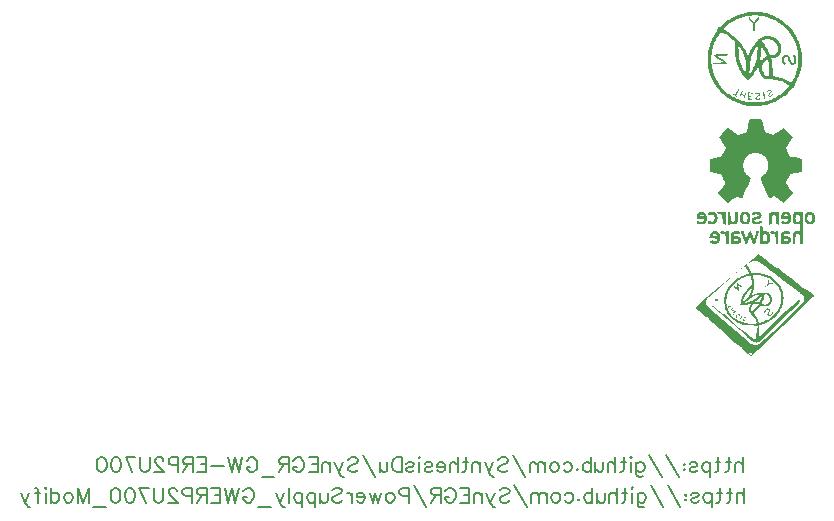
<source format=gbo>
G04 Layer: BottomSilkLayer*
G04 EasyEDA v6.4.19.4, 2021-09-18T03:44:13+08:00*
G04 1fc8be4444e141828a02f3c2f3ba565e,119f753a6ce64b8d841f2ad33262ab0c,10*
G04 Gerber Generator version 0.2*
G04 Scale: 100 percent, Rotated: No, Reflected: No *
G04 Dimensions in millimeters *
G04 leading zeros omitted , absolute positions ,4 integer and 5 decimal *
%FSLAX45Y45*%
%MOMM*%

%ADD22C,0.2000*%

%LPD*%
G36*
X7586573Y4952238D02*
G01*
X7580528Y4947920D01*
X7565644Y4935982D01*
X7537196Y4912410D01*
X7443673Y4832959D01*
X7102743Y4542332D01*
X7139279Y4542332D01*
X7139330Y4545990D01*
X7139736Y4549546D01*
X7140549Y4553102D01*
X7141768Y4556658D01*
X7143394Y4560265D01*
X7145528Y4563973D01*
X7148169Y4567885D01*
X7151319Y4571949D01*
X7155027Y4576267D01*
X7164273Y4585766D01*
X7176058Y4596841D01*
X7214971Y4630674D01*
X7408773Y4796485D01*
X7474966Y4852873D01*
X7498994Y4812538D01*
X7502347Y4806289D01*
X7504734Y4801057D01*
X7506208Y4796840D01*
X7506665Y4793437D01*
X7506208Y4790744D01*
X7504734Y4788560D01*
X7502296Y4786782D01*
X7498943Y4785258D01*
X7494574Y4783886D01*
X7484059Y4781143D01*
X7473594Y4777943D01*
X7462926Y4774031D01*
X7452207Y4769510D01*
X7441438Y4764430D01*
X7430719Y4758791D01*
X7420152Y4752644D01*
X7409789Y4746040D01*
X7399680Y4739030D01*
X7389926Y4731613D01*
X7380579Y4723892D01*
X7371689Y4715865D01*
X7362545Y4706823D01*
X7353553Y4697323D01*
X7345425Y4688078D01*
X7338161Y4679035D01*
X7331659Y4670044D01*
X7325766Y4660900D01*
X7320483Y4651451D01*
X7315606Y4641596D01*
X7311085Y4631182D01*
X7306818Y4620056D01*
X7303160Y4609134D01*
X7300569Y4599838D01*
X7298842Y4590592D01*
X7297877Y4580534D01*
X7297521Y4568698D01*
X7297853Y4551984D01*
X7314133Y4551984D01*
X7314285Y4562551D01*
X7315098Y4573168D01*
X7316520Y4583684D01*
X7318552Y4594199D01*
X7321143Y4604613D01*
X7324344Y4614875D01*
X7328103Y4625086D01*
X7332421Y4635093D01*
X7337298Y4644948D01*
X7342682Y4654651D01*
X7348524Y4664100D01*
X7354925Y4673346D01*
X7361783Y4682286D01*
X7369149Y4690973D01*
X7376922Y4699355D01*
X7385151Y4707432D01*
X7393838Y4715154D01*
X7402880Y4722469D01*
X7412380Y4729429D01*
X7422235Y4735982D01*
X7432497Y4742129D01*
X7443063Y4747768D01*
X7454036Y4752949D01*
X7465263Y4757623D01*
X7476896Y4761788D01*
X7493508Y4766767D01*
X7501940Y4768748D01*
X7508494Y4769510D01*
X7513472Y4769053D01*
X7517180Y4767122D01*
X7520076Y4763719D01*
X7522362Y4758791D01*
X7524496Y4752136D01*
X7526680Y4743856D01*
X7530744Y4725060D01*
X7532776Y4712716D01*
X7533131Y4709160D01*
X7533131Y4706010D01*
X7532725Y4703013D01*
X7531760Y4699965D01*
X7530134Y4696764D01*
X7527696Y4693158D01*
X7524394Y4688992D01*
X7514640Y4678172D01*
X7489545Y4651502D01*
X7479944Y4640427D01*
X7471359Y4629759D01*
X7463993Y4619701D01*
X7457998Y4610455D01*
X7453477Y4602226D01*
X7450581Y4595672D01*
X7447737Y4588205D01*
X7444994Y4580178D01*
X7440218Y4563313D01*
X7437818Y4553000D01*
X7457541Y4553000D01*
X7457541Y4556861D01*
X7459980Y4568037D01*
X7462774Y4576521D01*
X7466533Y4586274D01*
X7472984Y4600854D01*
X7475626Y4605680D01*
X7479131Y4611217D01*
X7483246Y4617161D01*
X7487920Y4623409D01*
X7498283Y4635957D01*
X7503617Y4641900D01*
X7516825Y4655058D01*
X7527188Y4664608D01*
X7530084Y4666691D01*
X7531709Y4667148D01*
X7532370Y4666030D01*
X7532166Y4663541D01*
X7531404Y4659782D01*
X7529982Y4654448D01*
X7525867Y4642866D01*
X7520381Y4630420D01*
X7513828Y4617516D01*
X7506511Y4604918D01*
X7526680Y4604918D01*
X7527950Y4608779D01*
X7534554Y4622190D01*
X7537043Y4628083D01*
X7539380Y4634280D01*
X7541514Y4640732D01*
X7545171Y4654245D01*
X7547914Y4668113D01*
X7549591Y4681880D01*
X7550150Y4695037D01*
X7549489Y4707483D01*
X7547711Y4721910D01*
X7545222Y4736896D01*
X7542275Y4750765D01*
X7540701Y4756861D01*
X7537551Y4766360D01*
X7536027Y4769408D01*
X7536078Y4770577D01*
X7537703Y4771542D01*
X7540701Y4772355D01*
X7544968Y4772964D01*
X7556398Y4773625D01*
X7570673Y4773625D01*
X7586421Y4772964D01*
X7602270Y4771694D01*
X7616799Y4769764D01*
X7623200Y4768646D01*
X7634427Y4765700D01*
X7645908Y4761788D01*
X7657338Y4757115D01*
X7668615Y4751679D01*
X7679690Y4745634D01*
X7690459Y4738979D01*
X7700873Y4731766D01*
X7710830Y4724044D01*
X7720279Y4715967D01*
X7729169Y4707483D01*
X7737348Y4698695D01*
X7744815Y4689652D01*
X7751470Y4680407D01*
X7757210Y4671009D01*
X7759750Y4666335D01*
X7764576Y4655413D01*
X7769402Y4642154D01*
X7773771Y4628083D01*
X7777022Y4614976D01*
X7778851Y4604308D01*
X7780020Y4593640D01*
X7780426Y4582871D01*
X7780172Y4572101D01*
X7779258Y4561332D01*
X7777683Y4550562D01*
X7775448Y4539894D01*
X7772603Y4529328D01*
X7769148Y4518812D01*
X7765084Y4508500D01*
X7760411Y4498289D01*
X7755178Y4488332D01*
X7749387Y4478528D01*
X7743088Y4468977D01*
X7736230Y4459732D01*
X7728864Y4450740D01*
X7720990Y4442053D01*
X7712608Y4433722D01*
X7703769Y4425746D01*
X7694472Y4418177D01*
X7684770Y4411014D01*
X7674609Y4404309D01*
X7663992Y4398060D01*
X7653020Y4392320D01*
X7633614Y4383176D01*
X7625384Y4379671D01*
X7618171Y4376877D01*
X7611821Y4374743D01*
X7606385Y4373270D01*
X7601762Y4372457D01*
X7597902Y4372356D01*
X7594803Y4372864D01*
X7592364Y4373981D01*
X7590637Y4375759D01*
X7589469Y4378147D01*
X7585709Y4388916D01*
X7581341Y4399483D01*
X7576464Y4409694D01*
X7571130Y4419447D01*
X7565390Y4428693D01*
X7559294Y4437278D01*
X7545425Y4455464D01*
X7575854Y4486148D01*
X7585709Y4496358D01*
X7594041Y4505350D01*
X7599832Y4511954D01*
X7604810Y4518152D01*
X7608062Y4519625D01*
X7612634Y4518558D01*
X7625994Y4512208D01*
X7631582Y4510176D01*
X7636916Y4509058D01*
X7642199Y4508754D01*
X7647533Y4509363D01*
X7653223Y4510887D01*
X7659420Y4513275D01*
X7666329Y4516526D01*
X7672120Y4519777D01*
X7677454Y4523333D01*
X7682280Y4527143D01*
X7686598Y4531207D01*
X7690408Y4535525D01*
X7693659Y4540046D01*
X7696403Y4544720D01*
X7698638Y4549597D01*
X7700314Y4554626D01*
X7701432Y4559808D01*
X7701991Y4565040D01*
X7701940Y4570374D01*
X7701330Y4575810D01*
X7700162Y4581245D01*
X7698384Y4586681D01*
X7695996Y4592167D01*
X7690662Y4602073D01*
X7687970Y4606239D01*
X7685227Y4609896D01*
X7682331Y4613148D01*
X7679232Y4615942D01*
X7675930Y4618329D01*
X7672273Y4620361D01*
X7668259Y4622038D01*
X7663789Y4623409D01*
X7658862Y4624527D01*
X7653426Y4625340D01*
X7640675Y4626305D01*
X7625029Y4626559D01*
X7612024Y4626508D01*
X7601407Y4626152D01*
X7592212Y4625289D01*
X7583424Y4623714D01*
X7574076Y4621174D01*
X7563053Y4617466D01*
X7532268Y4605578D01*
X7528102Y4604156D01*
X7526680Y4604918D01*
X7506511Y4604918D01*
X7502448Y4598365D01*
X7494270Y4586376D01*
X7490155Y4580737D01*
X7481925Y4570577D01*
X7474000Y4562246D01*
X7470241Y4558893D01*
X7466634Y4556099D01*
X7463281Y4554016D01*
X7459370Y4552289D01*
X7457541Y4553000D01*
X7437818Y4553000D01*
X7436561Y4547057D01*
X7434936Y4536389D01*
X7465771Y4536389D01*
X7488072Y4557064D01*
X7499959Y4567174D01*
X7511897Y4576165D01*
X7523734Y4584090D01*
X7535519Y4590897D01*
X7547203Y4596587D01*
X7552994Y4598974D01*
X7561935Y4602276D01*
X7571486Y4605375D01*
X7580426Y4607966D01*
X7587691Y4609642D01*
X7602220Y4612436D01*
X7579055Y4591050D01*
X7569657Y4583277D01*
X7559852Y4575911D01*
X7549692Y4569053D01*
X7539228Y4562754D01*
X7528559Y4557014D01*
X7517739Y4551883D01*
X7506919Y4547412D01*
X7495593Y4543501D01*
X7546187Y4543501D01*
X7546644Y4544364D01*
X7549489Y4546549D01*
X7557922Y4552086D01*
X7566761Y4558588D01*
X7577277Y4566716D01*
X7588199Y4575657D01*
X7599425Y4585258D01*
X7608417Y4592574D01*
X7611414Y4594555D01*
X7613548Y4595418D01*
X7614767Y4595012D01*
X7615174Y4593336D01*
X7614767Y4590338D01*
X7613599Y4585970D01*
X7609230Y4572863D01*
X7599984Y4547108D01*
X7578293Y4547362D01*
X7569200Y4547209D01*
X7560513Y4546549D01*
X7553198Y4545482D01*
X7546187Y4543501D01*
X7495593Y4543501D01*
X7485380Y4540605D01*
X7475763Y4538522D01*
X7618628Y4538522D01*
X7620152Y4545279D01*
X7626197Y4561332D01*
X7629499Y4571593D01*
X7632496Y4582414D01*
X7634731Y4592421D01*
X7636662Y4603496D01*
X7637983Y4608626D01*
X7639608Y4612284D01*
X7641590Y4614570D01*
X7644130Y4615484D01*
X7647330Y4615230D01*
X7651292Y4613859D01*
X7656169Y4611370D01*
X7661402Y4608118D01*
X7666126Y4604410D01*
X7670342Y4600346D01*
X7673949Y4595977D01*
X7677048Y4591354D01*
X7679537Y4586478D01*
X7681468Y4581448D01*
X7682839Y4576318D01*
X7683550Y4571136D01*
X7683652Y4565904D01*
X7683144Y4560722D01*
X7682026Y4555591D01*
X7680248Y4550664D01*
X7677810Y4545888D01*
X7674762Y4541316D01*
X7671003Y4537049D01*
X7665669Y4532528D01*
X7659776Y4529023D01*
X7653629Y4526584D01*
X7647279Y4525213D01*
X7640980Y4524908D01*
X7634833Y4525721D01*
X7629093Y4527702D01*
X7623860Y4530801D01*
X7619898Y4534408D01*
X7618628Y4538522D01*
X7475763Y4538522D01*
X7465771Y4536389D01*
X7434936Y4536389D01*
X7434580Y4533392D01*
X7434325Y4528159D01*
X7434681Y4524298D01*
X7435646Y4522063D01*
X7437424Y4520895D01*
X7440117Y4520031D01*
X7443622Y4519523D01*
X7447788Y4519269D01*
X7452614Y4519320D01*
X7463790Y4520285D01*
X7476490Y4522216D01*
X7490002Y4525060D01*
X7503668Y4528769D01*
X7510373Y4530852D01*
X7523124Y4535576D01*
X7526629Y4536592D01*
X7527290Y4535220D01*
X7524953Y4531055D01*
X7516571Y4519472D01*
X7514081Y4515408D01*
X7511897Y4511243D01*
X7510068Y4506925D01*
X7508494Y4502454D01*
X7507274Y4497832D01*
X7506309Y4493107D01*
X7505411Y4484827D01*
X7520686Y4484827D01*
X7520990Y4489602D01*
X7521956Y4494682D01*
X7523530Y4499864D01*
X7525664Y4505045D01*
X7528255Y4510074D01*
X7531353Y4514900D01*
X7534859Y4519371D01*
X7538770Y4523384D01*
X7542987Y4526788D01*
X7548168Y4529328D01*
X7555331Y4531410D01*
X7563612Y4532731D01*
X7572298Y4533239D01*
X7592415Y4533239D01*
X7582001Y4519066D01*
X7575550Y4511598D01*
X7567066Y4502353D01*
X7557566Y4492548D01*
X7545476Y4480661D01*
X7539786Y4475378D01*
X7535468Y4471720D01*
X7532217Y4469587D01*
X7529677Y4468774D01*
X7527645Y4469180D01*
X7525816Y4470603D01*
X7523937Y4472990D01*
X7522108Y4476394D01*
X7521041Y4480356D01*
X7520686Y4484827D01*
X7505411Y4484827D01*
X7504988Y4476445D01*
X7505598Y4472076D01*
X7507071Y4468063D01*
X7509713Y4463948D01*
X7513777Y4459224D01*
X7527036Y4446219D01*
X7535773Y4437227D01*
X7543952Y4427524D01*
X7551420Y4417415D01*
X7557973Y4407306D01*
X7563408Y4397400D01*
X7567523Y4388154D01*
X7569047Y4383836D01*
X7570165Y4379772D01*
X7570876Y4376064D01*
X7571079Y4372660D01*
X7570978Y4369612D01*
X7570368Y4367276D01*
X7568895Y4365599D01*
X7566152Y4364431D01*
X7561783Y4363720D01*
X7555382Y4363313D01*
X7535062Y4363110D01*
X7521346Y4363415D01*
X7507986Y4364278D01*
X7494981Y4365752D01*
X7482331Y4367834D01*
X7470038Y4370527D01*
X7458100Y4373778D01*
X7446518Y4377639D01*
X7435240Y4382109D01*
X7424267Y4387138D01*
X7413650Y4392828D01*
X7403388Y4399076D01*
X7393431Y4405934D01*
X7383780Y4413402D01*
X7374432Y4421530D01*
X7364780Y4430776D01*
X7356246Y4440021D01*
X7352334Y4444695D01*
X7345222Y4454245D01*
X7338872Y4464202D01*
X7335977Y4469384D01*
X7330694Y4480306D01*
X7325969Y4491990D01*
X7321651Y4504690D01*
X7318756Y4515104D01*
X7316622Y4525568D01*
X7315098Y4536084D01*
X7314285Y4546701D01*
X7314133Y4551984D01*
X7297853Y4551984D01*
X7298486Y4536338D01*
X7299452Y4521149D01*
X7300925Y4509262D01*
X7301941Y4504029D01*
X7303211Y4499000D01*
X7306665Y4488992D01*
X7311694Y4477613D01*
X7317536Y4465624D01*
X7323480Y4455109D01*
X7330084Y4444949D01*
X7337298Y4435094D01*
X7345172Y4425543D01*
X7353604Y4416450D01*
X7362545Y4407712D01*
X7372045Y4399483D01*
X7382002Y4391710D01*
X7392365Y4384395D01*
X7403185Y4377690D01*
X7414310Y4371492D01*
X7425842Y4365955D01*
X7437628Y4360976D01*
X7448550Y4357065D01*
X7458659Y4354271D01*
X7469581Y4352036D01*
X7482027Y4350308D01*
X7496708Y4348988D01*
X7514285Y4347972D01*
X7579359Y4345533D01*
X7579258Y4331462D01*
X7578293Y4321810D01*
X7574432Y4294022D01*
X7569504Y4264202D01*
X7567117Y4252010D01*
X7565186Y4243476D01*
X7564374Y4240987D01*
X7562443Y4237888D01*
X7559192Y4235958D01*
X7554518Y4235094D01*
X7547457Y4235450D01*
X7545374Y4236110D01*
X7539532Y4239158D01*
X7528864Y4246168D01*
X7517587Y4254296D01*
X7503820Y4264761D01*
X7468870Y4292701D01*
X7423708Y4330141D01*
X7368133Y4377334D01*
X7293406Y4441545D01*
X7286294Y4447184D01*
X7280452Y4451299D01*
X7275830Y4453991D01*
X7272375Y4455261D01*
X7269988Y4455109D01*
X7268616Y4453585D01*
X7268159Y4450791D01*
X7268921Y4449673D01*
X7274610Y4443933D01*
X7285532Y4433671D01*
X7321346Y4401515D01*
X7372705Y4356455D01*
X7427823Y4308602D01*
X7469022Y4272280D01*
X7491475Y4251960D01*
X7500416Y4244289D01*
X7510983Y4235754D01*
X7522260Y4227169D01*
X7533284Y4219194D01*
X7543088Y4212539D01*
X7550302Y4208170D01*
X7556195Y4205325D01*
X7559090Y4204309D01*
X7561884Y4203649D01*
X7564729Y4203242D01*
X7567625Y4203192D01*
X7570622Y4203547D01*
X7573721Y4204258D01*
X7576972Y4205325D01*
X7580375Y4206849D01*
X7587894Y4211218D01*
X7596479Y4217517D01*
X7606487Y4225848D01*
X7618171Y4236364D01*
X7631734Y4249267D01*
X7743190Y4359605D01*
X7828229Y4442917D01*
X7860334Y4473854D01*
X7884668Y4496866D01*
X7900670Y4511344D01*
X7909610Y4518964D01*
X7914589Y4523689D01*
X7919212Y4528616D01*
X7923428Y4533595D01*
X7927238Y4538573D01*
X7930489Y4543501D01*
X7933232Y4548174D01*
X7935315Y4552645D01*
X7936738Y4556760D01*
X7937449Y4560366D01*
X7937398Y4563516D01*
X7936280Y4566259D01*
X7935671Y4566564D01*
X7934756Y4566513D01*
X7933486Y4566107D01*
X7929727Y4563922D01*
X7923987Y4559604D01*
X7915757Y4552797D01*
X7904734Y4543145D01*
X7872526Y4513732D01*
X7823962Y4468368D01*
X7670647Y4323334D01*
X7614666Y4270857D01*
X7598968Y4256684D01*
X7589672Y4248962D01*
X7586980Y4247134D01*
X7585456Y4246473D01*
X7584998Y4246575D01*
X7584795Y4247388D01*
X7585913Y4251604D01*
X7587386Y4261612D01*
X7588859Y4276445D01*
X7590180Y4294327D01*
X7593075Y4350410D01*
X7631785Y4363364D01*
X7643317Y4367784D01*
X7654493Y4372711D01*
X7665364Y4378045D01*
X7675930Y4383887D01*
X7686192Y4390085D01*
X7696047Y4396740D01*
X7705598Y4403801D01*
X7714742Y4411218D01*
X7723479Y4418990D01*
X7731861Y4427118D01*
X7739786Y4435551D01*
X7747304Y4444288D01*
X7754366Y4453331D01*
X7760919Y4462627D01*
X7767066Y4472178D01*
X7772704Y4481931D01*
X7777835Y4491939D01*
X7782458Y4502150D01*
X7786573Y4512513D01*
X7790129Y4523028D01*
X7793075Y4533747D01*
X7795514Y4544517D01*
X7797342Y4555439D01*
X7798612Y4566462D01*
X7799222Y4577537D01*
X7799222Y4589322D01*
X7798562Y4601514D01*
X7797292Y4613351D01*
X7795310Y4624781D01*
X7792720Y4635957D01*
X7789418Y4646828D01*
X7785404Y4657394D01*
X7780731Y4667707D01*
X7775346Y4677765D01*
X7769199Y4687671D01*
X7762392Y4697323D01*
X7754772Y4706823D01*
X7746441Y4716221D01*
X7737348Y4725416D01*
X7727848Y4734255D01*
X7718145Y4742281D01*
X7708036Y4749647D01*
X7697571Y4756454D01*
X7686700Y4762601D01*
X7675473Y4768138D01*
X7663789Y4773066D01*
X7651750Y4777384D01*
X7639354Y4781042D01*
X7626502Y4784140D01*
X7613294Y4786630D01*
X7599680Y4788458D01*
X7585608Y4789728D01*
X7571181Y4790338D01*
X7554061Y4790541D01*
X7539228Y4791100D01*
X7533995Y4791659D01*
X7530134Y4792370D01*
X7527442Y4793335D01*
X7525918Y4794453D01*
X7525054Y4797501D01*
X7522311Y4804054D01*
X7517384Y4813858D01*
X7498435Y4847539D01*
X7495590Y4853584D01*
X7493762Y4858715D01*
X7493050Y4863134D01*
X7493558Y4866995D01*
X7495235Y4870450D01*
X7498232Y4873701D01*
X7502499Y4876952D01*
X7508138Y4880254D01*
X7523734Y4888026D01*
X7532776Y4891989D01*
X7540955Y4894884D01*
X7548473Y4896815D01*
X7555484Y4897678D01*
X7562138Y4897577D01*
X7568590Y4896510D01*
X7574940Y4894427D01*
X7582763Y4890617D01*
X7594193Y4882743D01*
X7638846Y4850384D01*
X7695387Y4808524D01*
X7733284Y4780026D01*
X7751521Y4766005D01*
X7761173Y4758182D01*
X7763002Y4756454D01*
X7777429Y4745482D01*
X7801457Y4728057D01*
X7821828Y4712970D01*
X7827314Y4708652D01*
X7830312Y4705858D01*
X7839151Y4699101D01*
X7859318Y4684826D01*
X7866735Y4679086D01*
X7888122Y4661255D01*
X7893303Y4657293D01*
X7897215Y4654651D01*
X7901482Y4652619D01*
X7910322Y4646015D01*
X7921650Y4636363D01*
X7926831Y4632401D01*
X7930845Y4629759D01*
X7933181Y4628743D01*
X7935925Y4627219D01*
X7941056Y4623206D01*
X7947812Y4617313D01*
X7963873Y4601718D01*
X8019237Y4601718D01*
X8020050Y4605629D01*
X8022234Y4607661D01*
X8025333Y4607610D01*
X8028787Y4605274D01*
X8030057Y4602327D01*
X8029143Y4599127D01*
X8026704Y4596536D01*
X8023098Y4595469D01*
X8021624Y4595977D01*
X8020354Y4597298D01*
X8019542Y4599279D01*
X8019237Y4601718D01*
X7963873Y4601718D01*
X7966405Y4599076D01*
X7969707Y4594910D01*
X7971840Y4591050D01*
X7973009Y4587087D01*
X7973415Y4582566D01*
X7973212Y4576978D01*
X7971790Y4563160D01*
X7970774Y4557572D01*
X7969300Y4552696D01*
X7967065Y4548174D01*
X7963865Y4543602D01*
X7959445Y4538522D01*
X7953603Y4532630D01*
X7905394Y4486859D01*
X7706664Y4296664D01*
X7640726Y4233824D01*
X7619390Y4214012D01*
X7604048Y4200398D01*
X7593330Y4191762D01*
X7589266Y4188968D01*
X7585913Y4186986D01*
X7583017Y4185665D01*
X7578039Y4184446D01*
X7565644Y4183989D01*
X7557973Y4183989D01*
X7550962Y4184396D01*
X7544308Y4185462D01*
X7537653Y4187393D01*
X7534198Y4188714D01*
X7526985Y4192320D01*
X7518857Y4197248D01*
X7509611Y4203750D01*
X7498892Y4212031D01*
X7486294Y4222292D01*
X7454239Y4249623D01*
X7226350Y4446676D01*
X7196836Y4472736D01*
X7172248Y4495190D01*
X7154062Y4512564D01*
X7147814Y4518914D01*
X7142632Y4525060D01*
X7142124Y4526127D01*
X7140143Y4534662D01*
X7139279Y4542332D01*
X7102743Y4542332D01*
X7080046Y4522825D01*
X7067854Y4511700D01*
X7059574Y4503623D01*
X7057339Y4501083D01*
X7056577Y4499711D01*
X7057186Y4498340D01*
X7061962Y4492802D01*
X7070445Y4484370D01*
X7081672Y4473905D01*
X7108190Y4450435D01*
X7121398Y4439259D01*
X7133183Y4429658D01*
X7142530Y4422546D01*
X7148372Y4418787D01*
X7149693Y4418482D01*
X7155789Y4418634D01*
X7161936Y4415739D01*
X7166711Y4410811D01*
X7168845Y4403902D01*
X7170978Y4400651D01*
X7175144Y4395774D01*
X7181342Y4389221D01*
X7199579Y4371441D01*
X7225131Y4347819D01*
X7257643Y4318660D01*
X7359954Y4228388D01*
X7391806Y4200042D01*
X7405573Y4188510D01*
X7417612Y4179011D01*
X7427061Y4172204D01*
X7430617Y4170019D01*
X7433259Y4168698D01*
X7434884Y4168343D01*
X7442504Y4168749D01*
X7447381Y4167428D01*
X7449972Y4164025D01*
X7451191Y4155440D01*
X7452512Y4152188D01*
X7454798Y4148531D01*
X7458151Y4144264D01*
X7462520Y4139437D01*
X7468108Y4133900D01*
X7482890Y4120489D01*
X7492010Y4112717D01*
X7508849Y4112717D01*
X7510018Y4113276D01*
X7513320Y4113733D01*
X7523988Y4114139D01*
X7532522Y4113987D01*
X7536180Y4113072D01*
X7535672Y4110583D01*
X7531608Y4105808D01*
X7527290Y4101388D01*
X7524089Y4099763D01*
X7520838Y4100779D01*
X7516469Y4104386D01*
X7511084Y4109669D01*
X7509459Y4111599D01*
X7508849Y4112717D01*
X7492010Y4112717D01*
X7501788Y4104538D01*
X7511948Y4096410D01*
X7518704Y4091381D01*
X7521041Y4090212D01*
X7522565Y4090314D01*
X7524648Y4091076D01*
X7527442Y4092752D01*
X7531150Y4095445D01*
X7541971Y4104538D01*
X7558582Y4119676D01*
X7582408Y4142181D01*
X8002930Y4546650D01*
X8043214Y4584801D01*
X8050123Y4592116D01*
X8054746Y4597857D01*
X8056422Y4601210D01*
X8055711Y4602937D01*
X8053781Y4605324D01*
X8046669Y4611928D01*
X8036458Y4620158D01*
X8024368Y4629048D01*
X8011718Y4637735D01*
X7999730Y4645355D01*
X7989671Y4650943D01*
X7985759Y4652670D01*
X7978140Y4655159D01*
X7973568Y4657852D01*
X7969707Y4661357D01*
X7966405Y4666030D01*
X7963865Y4668723D01*
X7953756Y4677664D01*
X7937855Y4690668D01*
X7917230Y4706874D01*
X7866278Y4745736D01*
X7838135Y4766818D01*
X7802524Y4793081D01*
X7749844Y4831130D01*
X7727746Y4846624D01*
X7709966Y4858715D01*
X7697520Y4866538D01*
X7693659Y4868621D01*
X7691577Y4869332D01*
X7687818Y4869992D01*
X7684363Y4871821D01*
X7681569Y4874564D01*
X7678064Y4880508D01*
X7674914Y4884064D01*
X7670393Y4888585D01*
X7657795Y4899761D01*
X7641844Y4912766D01*
X7624318Y4926025D01*
X7608366Y4937709D01*
X7595768Y4946548D01*
X7588097Y4951526D01*
G37*
G36*
X7675270Y4740198D02*
G01*
X7673746Y4738776D01*
X7672171Y4735169D01*
X7670749Y4729480D01*
X7668869Y4716627D01*
X7667904Y4712004D01*
X7666583Y4707737D01*
X7664907Y4703724D01*
X7662824Y4699863D01*
X7660284Y4696104D01*
X7657287Y4692345D01*
X7648143Y4682337D01*
X7645044Y4677918D01*
X7644434Y4675225D01*
X7646263Y4674311D01*
X7649616Y4675276D01*
X7654036Y4677816D01*
X7659014Y4681626D01*
X7670393Y4691938D01*
X7677454Y4696104D01*
X7685786Y4699050D01*
X7703820Y4702352D01*
X7710322Y4704181D01*
X7714691Y4706162D01*
X7716316Y4708144D01*
X7715148Y4709871D01*
X7711592Y4710785D01*
X7705750Y4710734D01*
X7697622Y4709820D01*
X7678978Y4707026D01*
X7678978Y4723841D01*
X7678674Y4731308D01*
X7677861Y4736490D01*
X7676692Y4739436D01*
G37*
G36*
X7404455Y4711242D02*
G01*
X7402525Y4710379D01*
X7401915Y4708144D01*
X7402575Y4704384D01*
X7405878Y4691938D01*
X7409129Y4677206D01*
X7411466Y4664710D01*
X7411974Y4660696D01*
X7411923Y4658969D01*
X7410297Y4659579D01*
X7406640Y4661966D01*
X7389723Y4675174D01*
X7384948Y4678527D01*
X7381138Y4680762D01*
X7378344Y4681931D01*
X7376566Y4682083D01*
X7375804Y4681321D01*
X7376109Y4679696D01*
X7377430Y4677257D01*
X7379817Y4674057D01*
X7383322Y4670196D01*
X7387894Y4665675D01*
X7393533Y4660646D01*
X7401052Y4654397D01*
X7407554Y4649368D01*
X7413142Y4645507D01*
X7417714Y4642815D01*
X7421270Y4641342D01*
X7423810Y4641088D01*
X7425334Y4642053D01*
X7425791Y4644237D01*
X7424115Y4653432D01*
X7416444Y4688027D01*
X7415530Y4693158D01*
X7415479Y4695037D01*
X7420711Y4691380D01*
X7432090Y4682591D01*
X7442453Y4675022D01*
X7449972Y4670907D01*
X7454036Y4670501D01*
X7454188Y4673955D01*
X7452055Y4676749D01*
X7447127Y4681524D01*
X7440269Y4687722D01*
X7432090Y4694529D01*
X7424267Y4700625D01*
X7417562Y4705400D01*
X7411974Y4708753D01*
X7407605Y4710684D01*
G37*
G36*
X7227316Y4574133D02*
G01*
X7223099Y4572762D01*
X7219238Y4569764D01*
X7216089Y4565599D01*
X7214819Y4561586D01*
X7215225Y4557928D01*
X7217105Y4554829D01*
X7220254Y4552492D01*
X7224522Y4551121D01*
X7229703Y4550918D01*
X7235545Y4552086D01*
X7240727Y4555896D01*
X7243064Y4561890D01*
X7242251Y4567936D01*
X7238085Y4572000D01*
X7232192Y4573879D01*
G37*
G36*
X7196480Y4517288D02*
G01*
X7194245Y4517034D01*
X7193483Y4515307D01*
X7196480Y4512056D01*
X7204405Y4504842D01*
X7228687Y4484014D01*
X7253427Y4463592D01*
X7264552Y4455058D01*
X7265822Y4454398D01*
X7267956Y4454956D01*
X7268514Y4456531D01*
X7267346Y4459274D01*
X7264552Y4463034D01*
X7260081Y4467961D01*
X7253884Y4474006D01*
X7246010Y4481220D01*
X7227011Y4497425D01*
X7218578Y4504029D01*
X7211212Y4509363D01*
X7205065Y4513376D01*
X7200087Y4516018D01*
G37*
G36*
X7367117Y4516323D02*
G01*
X7361885Y4515408D01*
X7344511Y4510887D01*
X7339533Y4510481D01*
X7336078Y4511395D01*
X7333792Y4513580D01*
X7332370Y4515256D01*
X7331354Y4515104D01*
X7330694Y4513275D01*
X7330490Y4509617D01*
X7331506Y4502607D01*
X7334097Y4498543D01*
X7337298Y4498136D01*
X7340244Y4502150D01*
X7341717Y4504537D01*
X7344105Y4506518D01*
X7346950Y4507890D01*
X7353350Y4508754D01*
X7357059Y4509617D01*
X7360615Y4510938D01*
X7363612Y4512513D01*
X7367524Y4515358D01*
G37*
G36*
X7374737Y4499660D02*
G01*
X7373162Y4499610D01*
X7370267Y4498746D01*
X7366203Y4497070D01*
X7361174Y4494631D01*
X7355331Y4491431D01*
X7350353Y4488383D01*
X7347661Y4486300D01*
X7347356Y4485233D01*
X7349642Y4485487D01*
X7356805Y4485335D01*
X7360869Y4481677D01*
X7360970Y4476343D01*
X7356195Y4471212D01*
X7352944Y4469079D01*
X7351826Y4467707D01*
X7352538Y4466996D01*
X7354671Y4467047D01*
X7358024Y4467707D01*
X7362240Y4468977D01*
X7367066Y4470806D01*
X7372096Y4473194D01*
X7380325Y4478020D01*
X7383983Y4481423D01*
X7382764Y4482795D01*
X7376414Y4481474D01*
X7369403Y4481068D01*
X7365542Y4484065D01*
X7365492Y4489043D01*
X7370013Y4494428D01*
X7373315Y4497120D01*
X7374890Y4498848D01*
G37*
G36*
X7665618Y4495190D02*
G01*
X7660081Y4493006D01*
X7651089Y4487722D01*
X7646619Y4484420D01*
X7642555Y4480356D01*
X7639050Y4475784D01*
X7636205Y4471060D01*
X7634173Y4466386D01*
X7633157Y4462119D01*
X7633258Y4458512D01*
X7634630Y4455871D01*
X7638034Y4454753D01*
X7641691Y4456734D01*
X7644587Y4460900D01*
X7647178Y4472889D01*
X7650937Y4478375D01*
X7656525Y4482084D01*
X7663332Y4483455D01*
X7669885Y4481576D01*
X7673187Y4476546D01*
X7672984Y4469333D01*
X7669072Y4460748D01*
X7665466Y4454093D01*
X7663383Y4447641D01*
X7662824Y4441698D01*
X7663688Y4436364D01*
X7665923Y4431842D01*
X7669428Y4428388D01*
X7674203Y4426153D01*
X7680096Y4425340D01*
X7684414Y4426356D01*
X7689494Y4429048D01*
X7694930Y4433062D01*
X7700213Y4437888D01*
X7704937Y4443069D01*
X7708696Y4448251D01*
X7710982Y4452924D01*
X7711440Y4456684D01*
X7709103Y4461662D01*
X7705801Y4462830D01*
X7702550Y4460341D01*
X7699044Y4450283D01*
X7696453Y4446168D01*
X7692948Y4442409D01*
X7688935Y4439208D01*
X7684668Y4436770D01*
X7680604Y4435398D01*
X7676997Y4435297D01*
X7674254Y4436719D01*
X7672730Y4439361D01*
X7672578Y4443018D01*
X7673848Y4447794D01*
X7679385Y4459935D01*
X7681366Y4465929D01*
X7682484Y4471568D01*
X7682839Y4476851D01*
X7682331Y4481576D01*
X7681010Y4485640D01*
X7678826Y4488942D01*
X7675829Y4491431D01*
X7670088Y4494530D01*
G37*
G36*
X7391247Y4475276D02*
G01*
X7366609Y4454144D01*
X7366101Y4452569D01*
X7367117Y4450080D01*
X7369403Y4447032D01*
X7372756Y4443730D01*
X7376922Y4440326D01*
X7378852Y4439056D01*
X7378750Y4439869D01*
X7376668Y4442815D01*
X7373366Y4449572D01*
X7373924Y4454499D01*
X7377582Y4456277D01*
X7383424Y4453585D01*
X7386777Y4451045D01*
X7388402Y4450435D01*
X7388555Y4451807D01*
X7387386Y4455312D01*
X7386624Y4461357D01*
X7389114Y4464812D01*
X7393889Y4465218D01*
X7400086Y4462068D01*
X7403033Y4459986D01*
X7403896Y4459833D01*
X7402626Y4461814D01*
G37*
G36*
X7416647Y4445812D02*
G01*
X7407198Y4445558D01*
X7416800Y4441698D01*
X7420813Y4439716D01*
X7423200Y4437634D01*
X7424115Y4435602D01*
X7423556Y4433874D01*
X7421778Y4432503D01*
X7418730Y4431639D01*
X7414666Y4431487D01*
X7404658Y4432706D01*
X7400290Y4432503D01*
X7396937Y4431487D01*
X7394905Y4429760D01*
X7394194Y4424527D01*
X7397089Y4419041D01*
X7402372Y4414723D01*
X7408722Y4413046D01*
X7412024Y4413250D01*
X7413091Y4413859D01*
X7411821Y4415180D01*
X7408214Y4417364D01*
X7402169Y4422241D01*
X7401204Y4426102D01*
X7404963Y4428134D01*
X7421422Y4426864D01*
X7427010Y4428896D01*
X7429500Y4433417D01*
X7428433Y4440072D01*
X7426807Y4442409D01*
X7424013Y4444238D01*
X7420508Y4445457D01*
G37*
G36*
X7447635Y4429455D02*
G01*
X7445349Y4428236D01*
X7442301Y4425035D01*
X7438898Y4420463D01*
X7435392Y4415180D01*
X7432294Y4409744D01*
X7429906Y4404817D01*
X7428636Y4400956D01*
X7428839Y4398822D01*
X7430465Y4399178D01*
X7433259Y4401566D01*
X7436764Y4405426D01*
X7440675Y4410202D01*
X7444435Y4415332D01*
X7447635Y4420260D01*
X7449921Y4424375D01*
X7450734Y4427220D01*
X7450531Y4428083D01*
X7449820Y4428794D01*
X7448854Y4429302D01*
G37*
G36*
X7472375Y4421022D02*
G01*
X7465974Y4420666D01*
X7461554Y4417771D01*
X7461453Y4416501D01*
X7462621Y4415434D01*
X7464958Y4414824D01*
X7472984Y4414418D01*
X7476286Y4413402D01*
X7478166Y4411878D01*
X7478572Y4409998D01*
X7477556Y4408068D01*
X7475220Y4406239D01*
X7471562Y4404766D01*
X7460640Y4402785D01*
X7456271Y4401007D01*
X7453579Y4398772D01*
X7452512Y4396333D01*
X7453172Y4393946D01*
X7455458Y4391812D01*
X7459522Y4390237D01*
X7465263Y4389424D01*
X7470190Y4389272D01*
X7472324Y4389424D01*
X7471714Y4389932D01*
X7468362Y4390745D01*
X7461453Y4393387D01*
X7459319Y4396587D01*
X7461910Y4399330D01*
X7476540Y4401515D01*
X7481366Y4404461D01*
X7483348Y4409084D01*
X7482382Y4415180D01*
X7478572Y4419092D01*
G37*
G36*
X7551420Y6093510D02*
G01*
X7532776Y6093307D01*
X7520482Y6092698D01*
X7516317Y6092139D01*
X7513167Y6091377D01*
X7510881Y6090361D01*
X7509306Y6089091D01*
X7508240Y6087516D01*
X7506919Y6083300D01*
X7496606Y6030010D01*
X7488529Y5986983D01*
X7416292Y5956808D01*
X7327341Y6017768D01*
X7298283Y5990590D01*
X7276896Y5969457D01*
X7267854Y5960059D01*
X7249159Y5939332D01*
X7308748Y5852058D01*
X7291527Y5812739D01*
X7280859Y5790285D01*
X7277303Y5783732D01*
X7276236Y5782157D01*
X7274458Y5781040D01*
X7270851Y5779668D01*
X7259167Y5776264D01*
X7242809Y5772404D01*
X7223607Y5768543D01*
X7174941Y5759450D01*
X7172401Y5649264D01*
X7223201Y5639917D01*
X7253528Y5633516D01*
X7263130Y5631078D01*
X7265822Y5630164D01*
X7268108Y5628741D01*
X7270648Y5626201D01*
X7273442Y5622645D01*
X7276388Y5618022D01*
X7279538Y5612434D01*
X7282840Y5605983D01*
X7289698Y5590438D01*
X7300112Y5564073D01*
X7303312Y5555386D01*
X7304481Y5551424D01*
X7302246Y5547055D01*
X7296200Y5537250D01*
X7287310Y5523433D01*
X7248347Y5465622D01*
X7326426Y5387543D01*
X7373518Y5421172D01*
X7388148Y5431180D01*
X7399883Y5438749D01*
X7407351Y5442966D01*
X7409027Y5443524D01*
X7411872Y5442813D01*
X7416444Y5440883D01*
X7422083Y5437987D01*
X7434580Y5430621D01*
X7439558Y5427980D01*
X7443419Y5426456D01*
X7446467Y5426202D01*
X7448956Y5427167D01*
X7451242Y5429453D01*
X7453579Y5433009D01*
X7457338Y5440222D01*
X7465009Y5457698D01*
X7476388Y5484774D01*
X7502448Y5549036D01*
X7513320Y5576722D01*
X7520228Y5595112D01*
X7521651Y5599988D01*
X7499197Y5617514D01*
X7494219Y5621680D01*
X7489545Y5625998D01*
X7485227Y5630418D01*
X7481214Y5635040D01*
X7477506Y5639816D01*
X7474153Y5644692D01*
X7471105Y5649722D01*
X7468362Y5654903D01*
X7465974Y5660237D01*
X7463891Y5665724D01*
X7462113Y5671362D01*
X7460640Y5677154D01*
X7459522Y5683097D01*
X7458760Y5689142D01*
X7458252Y5695391D01*
X7458100Y5701792D01*
X7458252Y5708497D01*
X7458760Y5715050D01*
X7459573Y5721451D01*
X7460691Y5727700D01*
X7462113Y5733745D01*
X7463790Y5739587D01*
X7465822Y5745276D01*
X7468108Y5750763D01*
X7470698Y5756046D01*
X7473543Y5761126D01*
X7476642Y5766003D01*
X7479995Y5770626D01*
X7483602Y5775045D01*
X7487462Y5779211D01*
X7491577Y5783122D01*
X7495895Y5786831D01*
X7500467Y5790234D01*
X7505242Y5793384D01*
X7510221Y5796280D01*
X7515402Y5798921D01*
X7520787Y5801258D01*
X7526375Y5803290D01*
X7532166Y5805017D01*
X7538110Y5806490D01*
X7544206Y5807608D01*
X7550505Y5808421D01*
X7556957Y5808929D01*
X7563561Y5809081D01*
X7570165Y5808929D01*
X7576616Y5808421D01*
X7582865Y5807608D01*
X7589012Y5806490D01*
X7594955Y5805017D01*
X7600746Y5803290D01*
X7606284Y5801258D01*
X7611719Y5798921D01*
X7616901Y5796280D01*
X7621879Y5793384D01*
X7626654Y5790234D01*
X7631226Y5786831D01*
X7635544Y5783122D01*
X7639659Y5779211D01*
X7643520Y5775045D01*
X7647127Y5770626D01*
X7650480Y5766003D01*
X7653578Y5761126D01*
X7656423Y5756046D01*
X7659014Y5750763D01*
X7661300Y5745276D01*
X7663281Y5739587D01*
X7665008Y5733745D01*
X7666431Y5727700D01*
X7667548Y5721451D01*
X7668361Y5715050D01*
X7668869Y5708497D01*
X7669022Y5701792D01*
X7668869Y5695696D01*
X7668412Y5689701D01*
X7667701Y5683910D01*
X7666685Y5678271D01*
X7665364Y5672734D01*
X7663738Y5667349D01*
X7661757Y5662066D01*
X7659471Y5656834D01*
X7656880Y5651754D01*
X7653934Y5646775D01*
X7650632Y5641797D01*
X7647025Y5636971D01*
X7643012Y5632145D01*
X7638694Y5627370D01*
X7628890Y5617972D01*
X7623454Y5613298D01*
X7611414Y5604002D01*
X7604810Y5599379D01*
X7604861Y5597144D01*
X7606334Y5592114D01*
X7608976Y5584952D01*
X7629296Y5536996D01*
X7660030Y5461711D01*
X7667040Y5445861D01*
X7669987Y5440019D01*
X7672730Y5435396D01*
X7675219Y5431993D01*
X7677658Y5429605D01*
X7680096Y5428234D01*
X7682636Y5427675D01*
X7685278Y5427929D01*
X7688224Y5428843D01*
X7691475Y5430316D01*
X7718196Y5445252D01*
X7801051Y5387898D01*
X7878521Y5465368D01*
X7844993Y5514848D01*
X7834985Y5530088D01*
X7827416Y5542076D01*
X7823200Y5549493D01*
X7822641Y5550966D01*
X7823809Y5555081D01*
X7831683Y5576112D01*
X7840878Y5598617D01*
X7844281Y5605983D01*
X7850682Y5618022D01*
X7853680Y5622645D01*
X7856423Y5626201D01*
X7858963Y5628741D01*
X7861300Y5630164D01*
X7868158Y5632196D01*
X7880096Y5634990D01*
X7895437Y5638241D01*
X7954721Y5649264D01*
X7952181Y5759450D01*
X7893659Y5770422D01*
X7875625Y5774385D01*
X7861300Y5778042D01*
X7856067Y5779668D01*
X7852460Y5781040D01*
X7850581Y5782157D01*
X7847838Y5786526D01*
X7843418Y5795010D01*
X7837982Y5806440D01*
X7817866Y5852363D01*
X7877962Y5940399D01*
X7800289Y6018123D01*
X7710779Y5956808D01*
X7638542Y5987034D01*
X7619492Y6085586D01*
X7618780Y6087516D01*
X7617764Y6089091D01*
X7616190Y6090361D01*
X7613954Y6091377D01*
X7610805Y6092139D01*
X7606588Y6092698D01*
X7601203Y6093104D01*
X7585913Y6093460D01*
G37*
G36*
X7816850Y5312460D02*
G01*
X7812024Y5312003D01*
X7807350Y5310987D01*
X7802880Y5309412D01*
X7798612Y5307330D01*
X7794599Y5304688D01*
X7790891Y5301640D01*
X7787487Y5298084D01*
X7784541Y5294071D01*
X7782001Y5289600D01*
X7779969Y5284774D01*
X7778445Y5279491D01*
X7777755Y5275275D01*
X7800390Y5275275D01*
X7800695Y5277459D01*
X7802372Y5280202D01*
X7805369Y5283504D01*
X7808925Y5286197D01*
X7812989Y5287924D01*
X7817459Y5288737D01*
X7821980Y5288635D01*
X7826349Y5287721D01*
X7830362Y5285892D01*
X7833766Y5283301D01*
X7836306Y5279898D01*
X7838440Y5274919D01*
X7837322Y5272176D01*
X7831734Y5271008D01*
X7820558Y5270804D01*
X7813446Y5270957D01*
X7807909Y5271414D01*
X7803946Y5272278D01*
X7801457Y5273548D01*
X7800390Y5275275D01*
X7777755Y5275275D01*
X7777175Y5267909D01*
X7777175Y5248097D01*
X7809026Y5248097D01*
X7819999Y5247894D01*
X7828432Y5247386D01*
X7834528Y5246420D01*
X7838338Y5244947D01*
X7839964Y5242864D01*
X7839608Y5240070D01*
X7837322Y5236514D01*
X7833309Y5232095D01*
X7827314Y5228082D01*
X7819898Y5226659D01*
X7810804Y5227878D01*
X7799781Y5231688D01*
X7796377Y5232298D01*
X7792262Y5231841D01*
X7787894Y5230368D01*
X7783880Y5227980D01*
X7778851Y5224068D01*
X7777225Y5221325D01*
X7778902Y5218480D01*
X7784033Y5214315D01*
X7788960Y5210810D01*
X7794040Y5208016D01*
X7799324Y5205882D01*
X7804810Y5204358D01*
X7810550Y5203494D01*
X7816596Y5203240D01*
X7822996Y5203647D01*
X7829702Y5204663D01*
X7834985Y5205984D01*
X7839811Y5207965D01*
X7844231Y5210606D01*
X7848193Y5213858D01*
X7851749Y5217718D01*
X7854797Y5222189D01*
X7857439Y5227269D01*
X7859623Y5232908D01*
X7861300Y5239054D01*
X7862519Y5245811D01*
X7863281Y5253126D01*
X7863535Y5260898D01*
X7863433Y5268010D01*
X7863078Y5273903D01*
X7862366Y5278882D01*
X7861147Y5283200D01*
X7859471Y5287010D01*
X7857134Y5290667D01*
X7854086Y5294376D01*
X7850276Y5298440D01*
X7845806Y5302402D01*
X7841183Y5305704D01*
X7836408Y5308346D01*
X7831531Y5310276D01*
X7826654Y5311648D01*
X7821726Y5312359D01*
G37*
G36*
X7471816Y5312105D02*
G01*
X7466380Y5311698D01*
X7461148Y5310632D01*
X7456068Y5308854D01*
X7451293Y5306466D01*
X7446873Y5303418D01*
X7442860Y5299659D01*
X7439659Y5295950D01*
X7437120Y5292344D01*
X7435138Y5288584D01*
X7433716Y5284317D01*
X7432751Y5279288D01*
X7432141Y5273243D01*
X7431798Y5262473D01*
X7453884Y5262473D01*
X7454087Y5268772D01*
X7455153Y5274564D01*
X7457084Y5279593D01*
X7459929Y5283504D01*
X7463739Y5286603D01*
X7467701Y5288534D01*
X7471714Y5289346D01*
X7475728Y5289092D01*
X7479588Y5287873D01*
X7483195Y5285740D01*
X7486548Y5282742D01*
X7489494Y5278983D01*
X7491933Y5274513D01*
X7493762Y5269433D01*
X7494981Y5263743D01*
X7495387Y5257546D01*
X7494930Y5251348D01*
X7493558Y5245455D01*
X7491475Y5239969D01*
X7488783Y5235143D01*
X7485532Y5231130D01*
X7481874Y5228031D01*
X7477912Y5226050D01*
X7473746Y5225338D01*
X7469733Y5226253D01*
X7466025Y5228742D01*
X7462723Y5232552D01*
X7459827Y5237429D01*
X7457440Y5243169D01*
X7455611Y5249418D01*
X7454392Y5255920D01*
X7453884Y5262473D01*
X7431798Y5262473D01*
X7431786Y5247284D01*
X7432090Y5239664D01*
X7432700Y5233720D01*
X7433818Y5228996D01*
X7435545Y5225084D01*
X7438034Y5221630D01*
X7441387Y5218176D01*
X7445705Y5214366D01*
X7450328Y5210860D01*
X7455103Y5208016D01*
X7459929Y5205730D01*
X7464856Y5204104D01*
X7469784Y5203088D01*
X7474762Y5202732D01*
X7479690Y5202936D01*
X7484618Y5203850D01*
X7489393Y5205323D01*
X7494117Y5207457D01*
X7498689Y5210200D01*
X7503058Y5213604D01*
X7507020Y5217109D01*
X7510018Y5220411D01*
X7512303Y5223865D01*
X7513878Y5227878D01*
X7514894Y5232806D01*
X7515504Y5239105D01*
X7515809Y5257139D01*
X7515504Y5275224D01*
X7514894Y5281523D01*
X7513878Y5286451D01*
X7512303Y5290413D01*
X7510018Y5293868D01*
X7507020Y5297170D01*
X7503058Y5300726D01*
X7498384Y5304282D01*
X7493355Y5307177D01*
X7488123Y5309412D01*
X7482738Y5310987D01*
X7477252Y5311902D01*
G37*
G36*
X8023301Y5312003D02*
G01*
X8017865Y5311749D01*
X8012430Y5310886D01*
X8007096Y5309362D01*
X8002016Y5307228D01*
X7997139Y5304485D01*
X7992668Y5301132D01*
X7989163Y5297627D01*
X7986115Y5293563D01*
X7983524Y5289042D01*
X7981391Y5284114D01*
X7979714Y5278882D01*
X7978495Y5273344D01*
X7977631Y5267655D01*
X7977276Y5261813D01*
X7977276Y5256936D01*
X7999933Y5256936D01*
X8000441Y5264505D01*
X8001965Y5271668D01*
X8004251Y5277662D01*
X8007045Y5281828D01*
X8011363Y5285587D01*
X8015630Y5288127D01*
X8019694Y5289499D01*
X8023555Y5289753D01*
X8027162Y5288940D01*
X8030464Y5287111D01*
X8033410Y5284266D01*
X8035950Y5280456D01*
X8037982Y5275732D01*
X8039557Y5270093D01*
X8040471Y5263642D01*
X8040827Y5256428D01*
X8040420Y5245557D01*
X8038947Y5238089D01*
X8036052Y5233162D01*
X8031429Y5229707D01*
X8025587Y5227574D01*
X8019897Y5227320D01*
X8014563Y5228844D01*
X8009788Y5231942D01*
X8005724Y5236464D01*
X8002625Y5242255D01*
X8000644Y5249113D01*
X7999933Y5256936D01*
X7977276Y5256936D01*
X7977682Y5250027D01*
X7978546Y5244236D01*
X7979714Y5238597D01*
X7981340Y5233162D01*
X7983321Y5228031D01*
X7985658Y5223205D01*
X7988350Y5218836D01*
X7991449Y5214975D01*
X7994853Y5211622D01*
X7998612Y5208981D01*
X8002727Y5206949D01*
X8009483Y5204714D01*
X8015884Y5203342D01*
X8021878Y5202885D01*
X8027619Y5203342D01*
X8033207Y5204663D01*
X8038642Y5206949D01*
X8044078Y5210200D01*
X8049564Y5214366D01*
X8053933Y5218226D01*
X8057286Y5221630D01*
X8059775Y5225135D01*
X8061502Y5229098D01*
X8062620Y5233873D01*
X8063230Y5240020D01*
X8063534Y5257749D01*
X8063484Y5267096D01*
X8063179Y5274716D01*
X8062569Y5280863D01*
X8061604Y5285841D01*
X8060181Y5290007D01*
X8058251Y5293664D01*
X8055660Y5297068D01*
X8052409Y5300573D01*
X8048396Y5304028D01*
X8043925Y5306872D01*
X8039100Y5309057D01*
X8034020Y5310682D01*
X8028736Y5311648D01*
G37*
G36*
X7193025Y5311851D02*
G01*
X7187387Y5311648D01*
X7181900Y5310936D01*
X7176566Y5309717D01*
X7171537Y5307990D01*
X7166965Y5305704D01*
X7162901Y5302910D01*
X7157313Y5297932D01*
X7155027Y5294325D01*
X7155789Y5290972D01*
X7159396Y5286756D01*
X7163562Y5283250D01*
X7167524Y5281828D01*
X7172299Y5282387D01*
X7178751Y5284927D01*
X7185253Y5287213D01*
X7191451Y5288026D01*
X7197191Y5287416D01*
X7202322Y5285486D01*
X7206742Y5282234D01*
X7210348Y5277815D01*
X7212990Y5272176D01*
X7214666Y5265470D01*
X7215276Y5258511D01*
X7215073Y5252161D01*
X7214108Y5246420D01*
X7212431Y5241340D01*
X7210094Y5236972D01*
X7207148Y5233416D01*
X7203592Y5230672D01*
X7199528Y5228742D01*
X7195007Y5227777D01*
X7190079Y5227777D01*
X7184745Y5228793D01*
X7173722Y5232908D01*
X7169200Y5233416D01*
X7165238Y5232450D01*
X7161428Y5230012D01*
X7155942Y5224170D01*
X7155383Y5219141D01*
X7160107Y5214213D01*
X7170318Y5208524D01*
X7175347Y5206441D01*
X7180275Y5204917D01*
X7185152Y5203901D01*
X7189876Y5203444D01*
X7194499Y5203494D01*
X7198969Y5204053D01*
X7203338Y5205018D01*
X7207503Y5206441D01*
X7211466Y5208219D01*
X7215276Y5210403D01*
X7218883Y5212943D01*
X7222286Y5215788D01*
X7225436Y5218988D01*
X7228331Y5222392D01*
X7230922Y5226100D01*
X7233310Y5230012D01*
X7235393Y5234076D01*
X7237120Y5238394D01*
X7238593Y5242814D01*
X7239711Y5247335D01*
X7240473Y5252008D01*
X7240879Y5256682D01*
X7240930Y5261457D01*
X7240574Y5266232D01*
X7239812Y5271008D01*
X7238644Y5275783D01*
X7237018Y5280456D01*
X7234986Y5285079D01*
X7232497Y5289550D01*
X7229500Y5293918D01*
X7226046Y5298135D01*
X7222083Y5302199D01*
X7218375Y5305044D01*
X7214057Y5307431D01*
X7209231Y5309311D01*
X7204049Y5310682D01*
X7198614Y5311495D01*
G37*
G36*
X7918551Y5311851D02*
G01*
X7911287Y5311698D01*
X7904022Y5310530D01*
X7897164Y5308447D01*
X7891170Y5305552D01*
X7886446Y5301742D01*
X7883906Y5298694D01*
X7881823Y5295392D01*
X7880197Y5291683D01*
X7878978Y5287264D01*
X7878114Y5281980D01*
X7877556Y5275529D01*
X7877210Y5256428D01*
X7899908Y5256428D01*
X7900365Y5265267D01*
X7901533Y5273294D01*
X7903260Y5279694D01*
X7905394Y5283504D01*
X7908086Y5285638D01*
X7911338Y5287365D01*
X7914843Y5288534D01*
X7918094Y5288991D01*
X7922463Y5288483D01*
X7926222Y5287060D01*
X7929372Y5284571D01*
X7931912Y5281117D01*
X7933842Y5276596D01*
X7935214Y5270957D01*
X7936026Y5264251D01*
X7936280Y5256428D01*
X7935874Y5245608D01*
X7934401Y5238191D01*
X7931607Y5233263D01*
X7927187Y5229910D01*
X7921244Y5227472D01*
X7915960Y5226761D01*
X7911287Y5227777D01*
X7907324Y5230469D01*
X7904175Y5234686D01*
X7901838Y5240477D01*
X7900416Y5247741D01*
X7899908Y5256428D01*
X7877210Y5256428D01*
X7877251Y5248300D01*
X7877556Y5240223D01*
X7878114Y5233720D01*
X7879130Y5228539D01*
X7880603Y5224272D01*
X7882636Y5220512D01*
X7885328Y5217007D01*
X7888833Y5213299D01*
X7893202Y5209438D01*
X7897723Y5206542D01*
X7902498Y5204612D01*
X7907578Y5203647D01*
X7913065Y5203647D01*
X7919059Y5204612D01*
X7925612Y5206492D01*
X7935264Y5210098D01*
X7937144Y5210048D01*
X7938566Y5208828D01*
X7939531Y5206136D01*
X7940192Y5201767D01*
X7940598Y5195366D01*
X7940852Y5175351D01*
X7940598Y5155336D01*
X7940192Y5148935D01*
X7939531Y5144516D01*
X7938566Y5141874D01*
X7937144Y5140655D01*
X7935264Y5140604D01*
X7925612Y5144211D01*
X7919059Y5146090D01*
X7913065Y5147005D01*
X7907578Y5147005D01*
X7902498Y5146040D01*
X7897723Y5144160D01*
X7893202Y5141264D01*
X7888833Y5137404D01*
X7885226Y5133594D01*
X7882432Y5129885D01*
X7880350Y5125872D01*
X7878927Y5120995D01*
X7878013Y5114696D01*
X7877505Y5106517D01*
X7877200Y5082387D01*
X7877352Y5057343D01*
X7877809Y5049621D01*
X7878622Y5044440D01*
X7879994Y5041290D01*
X7881975Y5039664D01*
X7884820Y5039055D01*
X7892288Y5039055D01*
X7895081Y5039664D01*
X7897063Y5041138D01*
X7898434Y5043982D01*
X7899298Y5048554D01*
X7899704Y5055412D01*
X7900212Y5097678D01*
X7900670Y5104688D01*
X7901431Y5110022D01*
X7902549Y5113985D01*
X7904124Y5116830D01*
X7906105Y5118963D01*
X7908696Y5120640D01*
X7912506Y5122367D01*
X7916113Y5123484D01*
X7919466Y5123840D01*
X7922564Y5123586D01*
X7925460Y5122621D01*
X7928102Y5120944D01*
X7930489Y5118658D01*
X7932623Y5115661D01*
X7934553Y5112054D01*
X7936179Y5107736D01*
X7937601Y5102809D01*
X7938770Y5097170D01*
X7939684Y5090922D01*
X7940700Y5076444D01*
X7941056Y5051755D01*
X7941513Y5046573D01*
X7942427Y5043017D01*
X7943799Y5040833D01*
X7945780Y5039614D01*
X7948574Y5039106D01*
X7963560Y5039004D01*
X7963560Y5311698D01*
X7952181Y5311698D01*
X7947761Y5311292D01*
X7944154Y5310124D01*
X7941716Y5308396D01*
X7940852Y5306263D01*
X7940548Y5303875D01*
X7939684Y5303062D01*
X7938008Y5303875D01*
X7935366Y5306263D01*
X7930997Y5309209D01*
X7925257Y5311038D01*
G37*
G36*
X7335570Y5311698D02*
G01*
X7333488Y5311444D01*
X7331760Y5310835D01*
X7330440Y5309666D01*
X7329373Y5307736D01*
X7328560Y5304891D01*
X7328001Y5300878D01*
X7327341Y5288686D01*
X7327188Y5202631D01*
X7338568Y5202631D01*
X7342987Y5202986D01*
X7346594Y5204002D01*
X7349032Y5205476D01*
X7349896Y5207304D01*
X7350455Y5209133D01*
X7352030Y5209743D01*
X7354773Y5209133D01*
X7364323Y5204866D01*
X7370064Y5203342D01*
X7375906Y5202783D01*
X7381646Y5203190D01*
X7387285Y5204510D01*
X7392670Y5206695D01*
X7397750Y5209794D01*
X7402423Y5213756D01*
X7405827Y5217414D01*
X7408468Y5221020D01*
X7410450Y5224983D01*
X7411821Y5229910D01*
X7412736Y5236210D01*
X7413244Y5244388D01*
X7413548Y5268315D01*
X7413396Y5293360D01*
X7412939Y5301030D01*
X7412126Y5306212D01*
X7410754Y5309362D01*
X7408722Y5310987D01*
X7405928Y5311597D01*
X7398512Y5311597D01*
X7395718Y5311038D01*
X7393686Y5309666D01*
X7392314Y5306974D01*
X7391501Y5302656D01*
X7391044Y5296255D01*
X7390841Y5275681D01*
X7390434Y5258409D01*
X7389977Y5251653D01*
X7389266Y5246065D01*
X7388250Y5241442D01*
X7387031Y5237734D01*
X7385507Y5234787D01*
X7383678Y5232501D01*
X7378039Y5227523D01*
X7373264Y5225796D01*
X7368082Y5227218D01*
X7361072Y5231739D01*
X7358634Y5233873D01*
X7356602Y5236514D01*
X7354976Y5239816D01*
X7353706Y5244084D01*
X7352639Y5249519D01*
X7351826Y5256326D01*
X7349439Y5295595D01*
X7348728Y5302097D01*
X7347661Y5306568D01*
X7346188Y5309362D01*
X7344206Y5310936D01*
X7341565Y5311597D01*
G37*
G36*
X7747660Y5311698D02*
G01*
X7743240Y5311292D01*
X7739634Y5310124D01*
X7737195Y5308396D01*
X7736281Y5306263D01*
X7736027Y5303875D01*
X7735163Y5303062D01*
X7733487Y5303875D01*
X7730845Y5306263D01*
X7726984Y5308904D01*
X7721955Y5310632D01*
X7716062Y5311444D01*
X7709662Y5311394D01*
X7703058Y5310530D01*
X7696606Y5308803D01*
X7690713Y5306314D01*
X7685633Y5303012D01*
X7682382Y5300116D01*
X7679791Y5297017D01*
X7677861Y5293258D01*
X7676388Y5288381D01*
X7675270Y5281930D01*
X7674508Y5273344D01*
X7673340Y5248148D01*
X7671765Y5201920D01*
X7688986Y5204002D01*
X7692186Y5204866D01*
X7694574Y5206593D01*
X7696301Y5209540D01*
X7697520Y5214213D01*
X7698384Y5221071D01*
X7701381Y5261813D01*
X7702296Y5268772D01*
X7703362Y5274310D01*
X7704632Y5278678D01*
X7706156Y5282031D01*
X7707985Y5284470D01*
X7710170Y5286197D01*
X7714234Y5288280D01*
X7718094Y5288940D01*
X7721955Y5288229D01*
X7726070Y5286197D01*
X7728254Y5284419D01*
X7730032Y5282031D01*
X7731506Y5278729D01*
X7732674Y5274360D01*
X7733588Y5268722D01*
X7734350Y5261559D01*
X7736281Y5219598D01*
X7736941Y5212638D01*
X7737957Y5207863D01*
X7739430Y5204917D01*
X7741462Y5203342D01*
X7744206Y5202732D01*
X7758988Y5202631D01*
X7758988Y5311698D01*
G37*
G36*
X7566964Y5311648D02*
G01*
X7558887Y5311089D01*
X7550962Y5309616D01*
X7543393Y5307279D01*
X7535672Y5303621D01*
X7532420Y5299608D01*
X7533284Y5294274D01*
X7538059Y5286603D01*
X7541564Y5282438D01*
X7544511Y5280710D01*
X7547609Y5281168D01*
X7551420Y5283758D01*
X7555382Y5285994D01*
X7560564Y5287416D01*
X7566558Y5288076D01*
X7572756Y5288026D01*
X7578648Y5287264D01*
X7583779Y5285841D01*
X7587640Y5283809D01*
X7589672Y5281168D01*
X7589367Y5278831D01*
X7587234Y5276494D01*
X7583576Y5274513D01*
X7578648Y5272989D01*
X7558227Y5268366D01*
X7550962Y5266182D01*
X7545273Y5263997D01*
X7540802Y5261660D01*
X7537399Y5258968D01*
X7534605Y5255869D01*
X7532268Y5252161D01*
X7530134Y5247792D01*
X7528712Y5243474D01*
X7528001Y5239258D01*
X7527899Y5235194D01*
X7528356Y5231282D01*
X7529423Y5227523D01*
X7530998Y5223916D01*
X7533081Y5220563D01*
X7535570Y5217414D01*
X7538516Y5214518D01*
X7541818Y5211927D01*
X7545476Y5209590D01*
X7549489Y5207558D01*
X7553706Y5205882D01*
X7558176Y5204510D01*
X7562900Y5203545D01*
X7567726Y5202986D01*
X7572705Y5202834D01*
X7577785Y5203088D01*
X7582916Y5203799D01*
X7588097Y5205018D01*
X7593228Y5206695D01*
X7598308Y5208930D01*
X7603337Y5211673D01*
X7612888Y5218277D01*
X7617206Y5223662D01*
X7616647Y5228691D01*
X7611465Y5234279D01*
X7607757Y5236667D01*
X7604099Y5237175D01*
X7599883Y5235854D01*
X7589723Y5229707D01*
X7584389Y5227624D01*
X7578852Y5226253D01*
X7573314Y5225592D01*
X7567980Y5225745D01*
X7563053Y5226608D01*
X7558836Y5228234D01*
X7555484Y5230672D01*
X7553198Y5233873D01*
X7552537Y5236972D01*
X7553452Y5239918D01*
X7555738Y5242560D01*
X7559344Y5244795D01*
X7564018Y5246522D01*
X7569758Y5247690D01*
X7582357Y5248452D01*
X7587996Y5249621D01*
X7593126Y5251450D01*
X7597749Y5253837D01*
X7601864Y5256784D01*
X7605369Y5260187D01*
X7608316Y5263946D01*
X7610602Y5267960D01*
X7612176Y5272278D01*
X7613091Y5276697D01*
X7613243Y5281218D01*
X7612583Y5285740D01*
X7611160Y5290159D01*
X7608874Y5294426D01*
X7605674Y5298541D01*
X7601559Y5302300D01*
X7596124Y5305755D01*
X7589774Y5308447D01*
X7582611Y5310327D01*
X7574940Y5311394D01*
G37*
G36*
X7103109Y5311546D02*
G01*
X7097115Y5311292D01*
X7091527Y5310378D01*
X7086396Y5308803D01*
X7081774Y5306618D01*
X7077608Y5303824D01*
X7073950Y5300472D01*
X7070852Y5296509D01*
X7068261Y5291988D01*
X7066229Y5286959D01*
X7064756Y5281371D01*
X7063839Y5275275D01*
X7086752Y5275275D01*
X7087057Y5277459D01*
X7088784Y5280202D01*
X7091730Y5283504D01*
X7095286Y5286197D01*
X7099350Y5287924D01*
X7103821Y5288737D01*
X7108342Y5288635D01*
X7112711Y5287721D01*
X7116724Y5285892D01*
X7120128Y5283301D01*
X7122668Y5279898D01*
X7124801Y5274919D01*
X7123684Y5272176D01*
X7118096Y5271008D01*
X7106920Y5270804D01*
X7099808Y5270957D01*
X7094270Y5271414D01*
X7090308Y5272278D01*
X7087819Y5273548D01*
X7086752Y5275275D01*
X7063839Y5275275D01*
X7063536Y5268722D01*
X7063536Y5248097D01*
X7128306Y5248097D01*
X7121499Y5237835D01*
X7118248Y5233568D01*
X7114743Y5230266D01*
X7110933Y5227878D01*
X7106920Y5226456D01*
X7102602Y5225948D01*
X7098030Y5226405D01*
X7093203Y5227777D01*
X7082536Y5232704D01*
X7078218Y5233517D01*
X7074458Y5232654D01*
X7070547Y5230012D01*
X7065162Y5224424D01*
X7064298Y5219598D01*
X7068159Y5214874D01*
X7076948Y5209540D01*
X7082078Y5207203D01*
X7087108Y5205323D01*
X7092035Y5204002D01*
X7096861Y5203190D01*
X7101636Y5202834D01*
X7106208Y5202986D01*
X7110679Y5203545D01*
X7114997Y5204561D01*
X7119112Y5205933D01*
X7123074Y5207762D01*
X7126782Y5209946D01*
X7130338Y5212435D01*
X7133590Y5215331D01*
X7136638Y5218480D01*
X7139381Y5221986D01*
X7141819Y5225745D01*
X7144003Y5229758D01*
X7145832Y5234025D01*
X7147356Y5238546D01*
X7148525Y5243271D01*
X7149338Y5248148D01*
X7149795Y5253278D01*
X7149795Y5258511D01*
X7149439Y5263845D01*
X7148626Y5269382D01*
X7147407Y5274970D01*
X7145680Y5280660D01*
X7143546Y5286400D01*
X7140397Y5292699D01*
X7136536Y5298643D01*
X7132523Y5303469D01*
X7128764Y5306568D01*
X7124141Y5308447D01*
X7117791Y5310022D01*
X7110475Y5311140D01*
G37*
G36*
X7275068Y5311190D02*
G01*
X7261707Y5310886D01*
X7250277Y5309971D01*
X7245705Y5309311D01*
X7242098Y5308498D01*
X7239558Y5307634D01*
X7238288Y5306720D01*
X7237374Y5303570D01*
X7238136Y5300167D01*
X7240219Y5296712D01*
X7243318Y5293461D01*
X7247229Y5290718D01*
X7251598Y5288686D01*
X7256119Y5287619D01*
X7260539Y5287721D01*
X7264247Y5288178D01*
X7267549Y5288076D01*
X7270445Y5287264D01*
X7272985Y5285740D01*
X7275169Y5283454D01*
X7276998Y5280355D01*
X7278522Y5276342D01*
X7279792Y5271363D01*
X7280808Y5265420D01*
X7281621Y5258409D01*
X7282688Y5241036D01*
X7283653Y5220309D01*
X7284364Y5213858D01*
X7285481Y5209387D01*
X7287056Y5206542D01*
X7289342Y5204917D01*
X7292441Y5204002D01*
X7309002Y5202021D01*
X7309002Y5311038D01*
G37*
G36*
X7599934Y5188966D02*
G01*
X7599934Y5094478D01*
X7622844Y5094478D01*
X7623403Y5101691D01*
X7624775Y5108397D01*
X7626908Y5114036D01*
X7629804Y5118201D01*
X7632801Y5120944D01*
X7635748Y5123129D01*
X7638237Y5124551D01*
X7640015Y5125008D01*
X7645755Y5123535D01*
X7650734Y5120640D01*
X7654899Y5116474D01*
X7658150Y5111191D01*
X7660436Y5104892D01*
X7661706Y5097780D01*
X7661859Y5089956D01*
X7660894Y5081574D01*
X7658862Y5074970D01*
X7655763Y5069636D01*
X7651750Y5065572D01*
X7647228Y5062880D01*
X7642352Y5061762D01*
X7637475Y5062321D01*
X7632852Y5064607D01*
X7628737Y5068722D01*
X7626045Y5073751D01*
X7624165Y5080050D01*
X7623098Y5087061D01*
X7622844Y5094478D01*
X7599934Y5094478D01*
X7599934Y5039004D01*
X7611262Y5039004D01*
X7615681Y5039309D01*
X7619288Y5040223D01*
X7621727Y5041544D01*
X7622641Y5043119D01*
X7623708Y5044338D01*
X7626603Y5044592D01*
X7630871Y5043830D01*
X7642707Y5040325D01*
X7649311Y5039664D01*
X7655814Y5040071D01*
X7661960Y5041595D01*
X7667650Y5044084D01*
X7672730Y5047589D01*
X7677048Y5052009D01*
X7680452Y5057241D01*
X7682230Y5061610D01*
X7683652Y5066893D01*
X7684770Y5072888D01*
X7685531Y5079441D01*
X7685938Y5086299D01*
X7685989Y5093411D01*
X7685735Y5100472D01*
X7685125Y5107381D01*
X7684211Y5113985D01*
X7682941Y5120030D01*
X7681366Y5125415D01*
X7679436Y5129936D01*
X7675778Y5135219D01*
X7670952Y5139690D01*
X7665161Y5143195D01*
X7658709Y5145684D01*
X7651953Y5147056D01*
X7645044Y5147259D01*
X7638389Y5146192D01*
X7632192Y5143804D01*
X7626858Y5141417D01*
X7623962Y5142890D01*
X7622844Y5149799D01*
X7622387Y5177790D01*
X7621016Y5185308D01*
X7617612Y5188407D01*
X7611262Y5188966D01*
G37*
G36*
X7745628Y5148072D02*
G01*
X7742021Y5147767D01*
X7738668Y5146852D01*
X7735925Y5145532D01*
X7734249Y5143906D01*
X7732268Y5142636D01*
X7728712Y5142331D01*
X7723936Y5143093D01*
X7711490Y5146903D01*
X7705344Y5147513D01*
X7699298Y5146649D01*
X7692847Y5144262D01*
X7686040Y5140909D01*
X7683347Y5138166D01*
X7684414Y5134813D01*
X7688935Y5129479D01*
X7693050Y5125821D01*
X7697419Y5123383D01*
X7701889Y5122265D01*
X7706156Y5122570D01*
X7710271Y5123129D01*
X7714894Y5122875D01*
X7719415Y5121960D01*
X7723378Y5120386D01*
X7725765Y5118811D01*
X7727696Y5116677D01*
X7729169Y5113782D01*
X7730236Y5109768D01*
X7730947Y5104434D01*
X7731455Y5097424D01*
X7731912Y5055412D01*
X7732369Y5048554D01*
X7733233Y5043982D01*
X7734553Y5041138D01*
X7736586Y5039664D01*
X7739380Y5039055D01*
X7754467Y5039004D01*
X7754264Y5123535D01*
X7753858Y5133187D01*
X7753146Y5139893D01*
X7752080Y5144262D01*
X7750505Y5146700D01*
X7748371Y5147818D01*
G37*
G36*
X7319365Y5147970D02*
G01*
X7312152Y5146598D01*
X7309002Y5143601D01*
X7308240Y5142128D01*
X7306056Y5141722D01*
X7302550Y5142433D01*
X7292695Y5145989D01*
X7287056Y5146852D01*
X7281316Y5146903D01*
X7275830Y5146192D01*
X7270953Y5144820D01*
X7267092Y5142788D01*
X7264501Y5140198D01*
X7263536Y5137200D01*
X7265619Y5130596D01*
X7270800Y5125262D01*
X7277557Y5122214D01*
X7284262Y5122570D01*
X7287768Y5123230D01*
X7291933Y5123129D01*
X7296251Y5122214D01*
X7300264Y5120640D01*
X7302804Y5118963D01*
X7304836Y5116830D01*
X7306360Y5113985D01*
X7307478Y5110022D01*
X7308240Y5104688D01*
X7308697Y5097678D01*
X7309002Y5077460D01*
X7309002Y5039004D01*
X7336281Y5039004D01*
X7336231Y5100929D01*
X7335774Y5119776D01*
X7334961Y5134508D01*
X7334453Y5139791D01*
X7333843Y5143398D01*
X7333234Y5145024D01*
X7327493Y5147513D01*
G37*
G36*
X7452563Y5147970D02*
G01*
X7444435Y5147868D01*
X7440828Y5145227D01*
X7442149Y5140045D01*
X7450988Y5110988D01*
X7463840Y5070957D01*
X7468870Y5056936D01*
X7470952Y5051806D01*
X7472934Y5047691D01*
X7474712Y5044541D01*
X7476490Y5042204D01*
X7478268Y5040630D01*
X7480096Y5039614D01*
X7482078Y5039106D01*
X7484211Y5039004D01*
X7487259Y5039258D01*
X7489901Y5040122D01*
X7492187Y5041900D01*
X7494371Y5044694D01*
X7496556Y5048808D01*
X7498791Y5054396D01*
X7508036Y5083149D01*
X7511491Y5093258D01*
X7514081Y5100116D01*
X7515504Y5102606D01*
X7516926Y5100116D01*
X7519568Y5093258D01*
X7532217Y5054396D01*
X7534503Y5048808D01*
X7536637Y5044694D01*
X7538821Y5041900D01*
X7541158Y5040122D01*
X7543749Y5039258D01*
X7546797Y5039004D01*
X7548930Y5039106D01*
X7550912Y5039664D01*
X7552740Y5040630D01*
X7554518Y5042255D01*
X7556296Y5044541D01*
X7558176Y5047691D01*
X7562291Y5056886D01*
X7567371Y5070805D01*
X7580477Y5110530D01*
X7589520Y5139740D01*
X7590840Y5145176D01*
X7589824Y5146395D01*
X7587132Y5147208D01*
X7583170Y5147513D01*
X7578344Y5147259D01*
X7574483Y5146598D01*
X7571333Y5145532D01*
X7568692Y5143703D01*
X7566456Y5140807D01*
X7564323Y5136591D01*
X7562240Y5130698D01*
X7553655Y5100116D01*
X7550403Y5090160D01*
X7547762Y5083810D01*
X7546086Y5082184D01*
X7544409Y5085537D01*
X7541564Y5092903D01*
X7529118Y5129885D01*
X7526883Y5135219D01*
X7524750Y5139334D01*
X7522667Y5142331D01*
X7520584Y5144312D01*
X7518400Y5145430D01*
X7516012Y5145786D01*
X7513624Y5145430D01*
X7511389Y5144160D01*
X7509154Y5141925D01*
X7506868Y5138572D01*
X7504531Y5134051D01*
X7501991Y5128107D01*
X7496048Y5111699D01*
X7484618Y5077612D01*
X7465720Y5142382D01*
X7461046Y5145989D01*
G37*
G36*
X7217968Y5147665D02*
G01*
X7212787Y5147106D01*
X7207707Y5145836D01*
X7202830Y5144008D01*
X7198106Y5141518D01*
X7193635Y5138470D01*
X7189470Y5134864D01*
X7185710Y5130749D01*
X7182307Y5126177D01*
X7179411Y5121148D01*
X7177024Y5115712D01*
X7174963Y5108702D01*
X7199934Y5108702D01*
X7200798Y5111648D01*
X7202830Y5115356D01*
X7205929Y5119268D01*
X7209637Y5122062D01*
X7213650Y5123738D01*
X7217918Y5124297D01*
X7222185Y5123738D01*
X7226401Y5122062D01*
X7230262Y5119268D01*
X7233716Y5115356D01*
X7237628Y5109311D01*
X7237730Y5106060D01*
X7232954Y5104485D01*
X7222286Y5103469D01*
X7214920Y5103063D01*
X7209129Y5103114D01*
X7204811Y5103672D01*
X7201865Y5104739D01*
X7200290Y5106416D01*
X7199934Y5108702D01*
X7174963Y5108702D01*
X7174026Y5103774D01*
X7171436Y5084419D01*
X7215174Y5084267D01*
X7224369Y5083657D01*
X7231227Y5082590D01*
X7235850Y5081016D01*
X7238288Y5078933D01*
X7238746Y5076240D01*
X7237171Y5072888D01*
X7233716Y5068874D01*
X7226808Y5064150D01*
X7218578Y5062016D01*
X7209637Y5062575D01*
X7196734Y5067249D01*
X7192670Y5067300D01*
X7188403Y5065979D01*
X7183932Y5063286D01*
X7178954Y5059273D01*
X7177481Y5056327D01*
X7179665Y5052923D01*
X7185659Y5047792D01*
X7189266Y5045303D01*
X7193584Y5043220D01*
X7198359Y5041544D01*
X7203541Y5040325D01*
X7208977Y5039512D01*
X7214565Y5039106D01*
X7220153Y5039156D01*
X7225690Y5039614D01*
X7230973Y5040528D01*
X7235901Y5041900D01*
X7240371Y5043728D01*
X7244232Y5045964D01*
X7247229Y5048554D01*
X7250074Y5051958D01*
X7252665Y5056022D01*
X7255002Y5060645D01*
X7257084Y5065776D01*
X7258862Y5071313D01*
X7260285Y5077104D01*
X7261352Y5083048D01*
X7262012Y5089042D01*
X7262215Y5095036D01*
X7262012Y5100929D01*
X7261301Y5106517D01*
X7259980Y5113121D01*
X7258303Y5118912D01*
X7256221Y5124094D01*
X7253731Y5128666D01*
X7250785Y5132730D01*
X7247280Y5136337D01*
X7243216Y5139588D01*
X7238542Y5142585D01*
X7233513Y5145024D01*
X7228382Y5146649D01*
X7223201Y5147513D01*
G37*
G36*
X7402372Y5147208D02*
G01*
X7395819Y5147106D01*
X7389317Y5146395D01*
X7383018Y5145125D01*
X7377074Y5143296D01*
X7371588Y5140960D01*
X7366711Y5138216D01*
X7362647Y5134965D01*
X7359446Y5131358D01*
X7357313Y5127396D01*
X7356703Y5125110D01*
X7355687Y5116474D01*
X7354925Y5103622D01*
X7354468Y5079542D01*
X7377785Y5079542D01*
X7379462Y5082641D01*
X7383830Y5084064D01*
X7391653Y5084368D01*
X7398410Y5084064D01*
X7404201Y5083251D01*
X7408976Y5081930D01*
X7412685Y5080152D01*
X7415377Y5077917D01*
X7416901Y5075224D01*
X7417308Y5072176D01*
X7416546Y5068722D01*
X7414259Y5065268D01*
X7410450Y5063134D01*
X7404709Y5062321D01*
X7396530Y5062575D01*
X7388047Y5063693D01*
X7382560Y5065725D01*
X7379462Y5069078D01*
X7377988Y5074208D01*
X7377785Y5079542D01*
X7354468Y5079542D01*
X7354468Y5040071D01*
X7396784Y5039766D01*
X7404557Y5039969D01*
X7410907Y5040477D01*
X7416088Y5041290D01*
X7420406Y5042509D01*
X7424064Y5044186D01*
X7427366Y5046370D01*
X7430566Y5049113D01*
X7434783Y5053939D01*
X7437831Y5059426D01*
X7439761Y5065217D01*
X7440523Y5071262D01*
X7440066Y5077307D01*
X7438491Y5083149D01*
X7435697Y5088636D01*
X7431735Y5093512D01*
X7426299Y5097780D01*
X7419594Y5100574D01*
X7411008Y5102148D01*
X7388098Y5102910D01*
X7381189Y5104180D01*
X7377988Y5106924D01*
X7377175Y5111597D01*
X7378090Y5115610D01*
X7380579Y5119014D01*
X7384338Y5121706D01*
X7388961Y5123586D01*
X7394244Y5124551D01*
X7399731Y5124551D01*
X7405116Y5123434D01*
X7414920Y5118709D01*
X7418933Y5118201D01*
X7422845Y5119725D01*
X7427518Y5123383D01*
X7432598Y5129377D01*
X7433259Y5134559D01*
X7429449Y5139182D01*
X7421067Y5143550D01*
X7415123Y5145481D01*
X7408875Y5146700D01*
G37*
G36*
X7828432Y5147005D02*
G01*
X7820558Y5146700D01*
X7812328Y5145735D01*
X7804200Y5144160D01*
X7796784Y5142077D01*
X7790586Y5139486D01*
X7786116Y5136540D01*
X7783525Y5133848D01*
X7781442Y5130800D01*
X7779918Y5126990D01*
X7778750Y5122062D01*
X7777988Y5115712D01*
X7777480Y5107482D01*
X7777175Y5080254D01*
X7799933Y5080254D01*
X7801102Y5082032D01*
X7804353Y5083251D01*
X7809077Y5084013D01*
X7814716Y5084267D01*
X7820761Y5084013D01*
X7826654Y5083251D01*
X7831836Y5082032D01*
X7835798Y5080254D01*
X7839100Y5077460D01*
X7840573Y5074412D01*
X7840472Y5071313D01*
X7838897Y5068316D01*
X7836052Y5065725D01*
X7831988Y5063591D01*
X7826959Y5062220D01*
X7821015Y5061712D01*
X7811566Y5062829D01*
X7805013Y5066182D01*
X7801152Y5071973D01*
X7799933Y5080254D01*
X7777175Y5080254D01*
X7777175Y5039817D01*
X7819390Y5039512D01*
X7827111Y5039715D01*
X7833410Y5040223D01*
X7838592Y5041036D01*
X7842910Y5042306D01*
X7846568Y5043982D01*
X7849920Y5046218D01*
X7853172Y5048961D01*
X7857236Y5053330D01*
X7860334Y5057851D01*
X7862519Y5062423D01*
X7863840Y5066995D01*
X7864246Y5071567D01*
X7863840Y5076037D01*
X7862620Y5080304D01*
X7860690Y5084368D01*
X7857998Y5088178D01*
X7854594Y5091684D01*
X7850530Y5094782D01*
X7845856Y5097475D01*
X7840573Y5099608D01*
X7834680Y5101234D01*
X7828330Y5102250D01*
X7810398Y5102910D01*
X7803845Y5104079D01*
X7800898Y5106365D01*
X7800695Y5110073D01*
X7802118Y5114544D01*
X7804454Y5118201D01*
X7807502Y5121097D01*
X7811312Y5123129D01*
X7815681Y5124348D01*
X7820507Y5124653D01*
X7825790Y5123992D01*
X7838490Y5120030D01*
X7843672Y5119674D01*
X7847888Y5121351D01*
X7852054Y5125212D01*
X7855712Y5130901D01*
X7855203Y5135829D01*
X7850327Y5140401D01*
X7840827Y5145074D01*
X7835341Y5146446D01*
G37*
G36*
X7576921Y7002119D02*
G01*
X7535570Y7001611D01*
X7517942Y7001052D01*
X7503820Y7000189D01*
X7491984Y6998970D01*
X7481112Y6997141D01*
X7469936Y6994652D01*
X7445502Y6987997D01*
X7433767Y6984339D01*
X7422337Y6980478D01*
X7411212Y6976364D01*
X7400340Y6971995D01*
X7389723Y6967423D01*
X7379360Y6962546D01*
X7364171Y6954723D01*
X7354265Y6949084D01*
X7344511Y6943191D01*
X7334859Y6936943D01*
X7325309Y6930339D01*
X7315809Y6923379D01*
X7306411Y6916115D01*
X7297013Y6908393D01*
X7287615Y6900316D01*
X7269175Y6883857D01*
X7261402Y6877608D01*
X7255713Y6873697D01*
X7252868Y6872681D01*
X7248398Y6870700D01*
X7242200Y6863842D01*
X7240131Y6860540D01*
X7290612Y6860540D01*
X7292594Y6862927D01*
X7301534Y6871919D01*
X7312253Y6881723D01*
X7322159Y6890105D01*
X7332421Y6898131D01*
X7342987Y6905853D01*
X7353909Y6913168D01*
X7365085Y6920128D01*
X7376566Y6926732D01*
X7388301Y6932930D01*
X7400239Y6938721D01*
X7412380Y6944106D01*
X7424724Y6949084D01*
X7437221Y6953605D01*
X7449870Y6957720D01*
X7462672Y6961378D01*
X7475575Y6964578D01*
X7488529Y6967270D01*
X7500366Y6969302D01*
X7511846Y6970725D01*
X7524292Y6971741D01*
X7537399Y6972452D01*
X7550912Y6972808D01*
X7564526Y6972858D01*
X7577988Y6972503D01*
X7590942Y6971792D01*
X7603185Y6970725D01*
X7614412Y6969353D01*
X7625689Y6967372D01*
X7637932Y6964781D01*
X7650022Y6961784D01*
X7661909Y6958380D01*
X7673695Y6954621D01*
X7685278Y6950506D01*
X7696657Y6946036D01*
X7707884Y6941159D01*
X7718907Y6935978D01*
X7729677Y6930390D01*
X7740294Y6924497D01*
X7750708Y6918299D01*
X7760868Y6911746D01*
X7770774Y6904837D01*
X7780477Y6897674D01*
X7789925Y6890156D01*
X7799120Y6882384D01*
X7808061Y6874306D01*
X7816748Y6865924D01*
X7825130Y6857288D01*
X7833258Y6848348D01*
X7841132Y6839203D01*
X7848650Y6829755D01*
X7855915Y6820052D01*
X7862824Y6810095D01*
X7869478Y6799935D01*
X7875778Y6789521D01*
X7881721Y6778904D01*
X7887360Y6768033D01*
X7892694Y6757009D01*
X7897622Y6745731D01*
X7902194Y6734251D01*
X7906410Y6722618D01*
X7910271Y6710781D01*
X7913776Y6698792D01*
X7916824Y6686600D01*
X7919313Y6675069D01*
X7921193Y6663537D01*
X7922717Y6651091D01*
X7923834Y6637883D01*
X7924596Y6624218D01*
X7924952Y6610248D01*
X7924901Y6596176D01*
X7924495Y6582257D01*
X7923733Y6568744D01*
X7922564Y6555790D01*
X7921040Y6543598D01*
X7919110Y6532422D01*
X7916468Y6520992D01*
X7912862Y6507835D01*
X7908696Y6494272D01*
X7904022Y6480606D01*
X7898942Y6467144D01*
X7893659Y6454190D01*
X7888173Y6441998D01*
X7882686Y6430924D01*
X7879943Y6425844D01*
X7872679Y6413500D01*
X7867548Y6406794D01*
X7863586Y6404762D01*
X7859826Y6406489D01*
X7851952Y6411620D01*
X7838033Y6419748D01*
X7828127Y6425082D01*
X7817561Y6430111D01*
X7806537Y6434836D01*
X7795209Y6439204D01*
X7783575Y6443218D01*
X7771790Y6446824D01*
X7760004Y6449974D01*
X7748270Y6452616D01*
X7736789Y6454749D01*
X7725613Y6456324D01*
X7708849Y6458254D01*
X7706512Y6516014D01*
X7705242Y6537655D01*
X7702905Y6564223D01*
X7701635Y6574942D01*
X7700416Y6582918D01*
X7697266Y6600088D01*
X7695946Y6608521D01*
X7697012Y6609384D01*
X7699959Y6610096D01*
X7704378Y6610553D01*
X7715758Y6611010D01*
X7721498Y6611823D01*
X7727035Y6613245D01*
X7732420Y6615277D01*
X7737754Y6617970D01*
X7742986Y6621322D01*
X7748320Y6625386D01*
X7753705Y6630212D01*
X7758226Y6634632D01*
X7762189Y6639001D01*
X7765643Y6643319D01*
X7768590Y6647688D01*
X7771130Y6652209D01*
X7773212Y6656882D01*
X7774889Y6661861D01*
X7776159Y6667144D01*
X7777124Y6672834D01*
X7777784Y6679031D01*
X7778140Y6685788D01*
X7778140Y6701231D01*
X7777886Y6707936D01*
X7777378Y6713575D01*
X7776616Y6718503D01*
X7775498Y6723024D01*
X7773974Y6727545D01*
X7769352Y6737654D01*
X7766710Y6742531D01*
X7763814Y6747256D01*
X7760665Y6751828D01*
X7757312Y6756196D01*
X7753705Y6760362D01*
X7749895Y6764324D01*
X7741666Y6771690D01*
X7732725Y6778244D01*
X7728000Y6781190D01*
X7718145Y6786422D01*
X7707833Y6790791D01*
X7702499Y6792620D01*
X7691628Y6795566D01*
X7680452Y6797548D01*
X7674813Y6798208D01*
X7669174Y6798564D01*
X7657795Y6798513D01*
X7652105Y6798106D01*
X7646466Y6797446D01*
X7640828Y6796481D01*
X7635240Y6795262D01*
X7629702Y6793738D01*
X7624216Y6791959D01*
X7618831Y6789877D01*
X7609687Y6785609D01*
X7602118Y6781088D01*
X7594498Y6775754D01*
X7586980Y6769608D01*
X7579461Y6762699D01*
X7575607Y6758838D01*
X7617663Y6758838D01*
X7619441Y6761276D01*
X7623251Y6763359D01*
X7629144Y6765544D01*
X7637272Y6768084D01*
X7643063Y6769608D01*
X7648803Y6770776D01*
X7654544Y6771589D01*
X7660233Y6772046D01*
X7665923Y6772148D01*
X7671562Y6771944D01*
X7677099Y6771386D01*
X7682585Y6770522D01*
X7687970Y6769353D01*
X7693202Y6767830D01*
X7698384Y6766052D01*
X7703362Y6764020D01*
X7708188Y6761683D01*
X7712862Y6759041D01*
X7717332Y6756196D01*
X7721650Y6753098D01*
X7725664Y6749745D01*
X7729524Y6746138D01*
X7733131Y6742328D01*
X7736433Y6738315D01*
X7739481Y6734098D01*
X7742224Y6729679D01*
X7744714Y6725056D01*
X7746847Y6720281D01*
X7748625Y6715353D01*
X7750098Y6710222D01*
X7751165Y6704939D01*
X7751876Y6699554D01*
X7752232Y6693103D01*
X7752080Y6686905D01*
X7751470Y6681012D01*
X7750403Y6675424D01*
X7748828Y6670141D01*
X7746796Y6665214D01*
X7744358Y6660642D01*
X7741412Y6656374D01*
X7738059Y6652463D01*
X7734300Y6648958D01*
X7730134Y6645808D01*
X7725562Y6643065D01*
X7720533Y6640728D01*
X7715199Y6638798D01*
X7709408Y6637324D01*
X7703312Y6636308D01*
X7688173Y6634327D01*
X7675473Y6663385D01*
X7670190Y6674612D01*
X7664500Y6685635D01*
X7658557Y6696405D01*
X7652308Y6706870D01*
X7645857Y6716928D01*
X7639202Y6726580D01*
X7632395Y6735724D01*
X7623556Y6746798D01*
X7619796Y6751929D01*
X7617815Y6755892D01*
X7617663Y6758838D01*
X7575607Y6758838D01*
X7568285Y6750812D01*
X7560919Y6741922D01*
X7553655Y6732371D01*
X7546492Y6722059D01*
X7539431Y6711035D01*
X7532522Y6699402D01*
X7525766Y6687058D01*
X7519212Y6674103D01*
X7512761Y6660591D01*
X7506563Y6646418D01*
X7498791Y6627774D01*
X7497368Y6627114D01*
X7495692Y6630263D01*
X7491222Y6643116D01*
X7487107Y6653936D01*
X7482535Y6664655D01*
X7477506Y6675272D01*
X7472070Y6685788D01*
X7466126Y6696202D01*
X7459827Y6706463D01*
X7453020Y6716623D01*
X7445857Y6726631D01*
X7438288Y6736537D01*
X7430312Y6746240D01*
X7421981Y6755739D01*
X7413244Y6765086D01*
X7404150Y6774230D01*
X7394651Y6783222D01*
X7384846Y6791959D01*
X7374737Y6800443D01*
X7364222Y6808774D01*
X7353452Y6816801D01*
X7342327Y6824573D01*
X7330897Y6832092D01*
X7303058Y6849059D01*
X7295692Y6854240D01*
X7291476Y6858152D01*
X7290612Y6860540D01*
X7240131Y6860540D01*
X7237171Y6855815D01*
X7235545Y6847433D01*
X7232853Y6841540D01*
X7228382Y6833616D01*
X7219137Y6819239D01*
X7212482Y6808470D01*
X7206183Y6797446D01*
X7200239Y6786219D01*
X7194651Y6774738D01*
X7189470Y6763054D01*
X7184644Y6751167D01*
X7180173Y6739128D01*
X7176109Y6726936D01*
X7172401Y6714591D01*
X7169099Y6702145D01*
X7166152Y6689547D01*
X7163612Y6676898D01*
X7161428Y6664147D01*
X7159701Y6651396D01*
X7158329Y6638544D01*
X7157364Y6625691D01*
X7156805Y6612839D01*
X7156653Y6602628D01*
X7186828Y6602628D01*
X7186980Y6614617D01*
X7187488Y6626555D01*
X7188403Y6638544D01*
X7189673Y6650431D01*
X7191400Y6662318D01*
X7193483Y6674154D01*
X7195921Y6685889D01*
X7198766Y6697573D01*
X7202017Y6709156D01*
X7205675Y6720687D01*
X7209637Y6732066D01*
X7214057Y6743344D01*
X7218832Y6754520D01*
X7224014Y6765544D01*
X7229551Y6776466D01*
X7235444Y6787184D01*
X7241743Y6797751D01*
X7248448Y6808114D01*
X7257592Y6821220D01*
X7262723Y6827875D01*
X7266686Y6832549D01*
X7268972Y6834479D01*
X7270546Y6834530D01*
X7272883Y6833920D01*
X7279741Y6830974D01*
X7288987Y6826097D01*
X7300010Y6819595D01*
X7312253Y6811924D01*
X7325106Y6803440D01*
X7338009Y6794449D01*
X7350353Y6785406D01*
X7361631Y6776618D01*
X7371130Y6768541D01*
X7386472Y6754774D01*
X7387894Y6704736D01*
X7417409Y6704736D01*
X7417816Y6717639D01*
X7418120Y6718604D01*
X7419390Y6718046D01*
X7421118Y6716471D01*
X7425893Y6710527D01*
X7431887Y6701739D01*
X7438542Y6690817D01*
X7445400Y6678675D01*
X7451801Y6666179D01*
X7458252Y6652564D01*
X7463688Y6639915D01*
X7468311Y6627875D01*
X7472070Y6616141D01*
X7475118Y6604406D01*
X7477556Y6592214D01*
X7479385Y6579362D01*
X7480757Y6565392D01*
X7481671Y6549999D01*
X7483167Y6498945D01*
X7510678Y6498945D01*
X7510983Y6512661D01*
X7511694Y6528409D01*
X7512710Y6544868D01*
X7514031Y6560718D01*
X7515555Y6574739D01*
X7517384Y6586474D01*
X7519873Y6598259D01*
X7522921Y6610197D01*
X7526528Y6622237D01*
X7530744Y6634276D01*
X7535468Y6646214D01*
X7540650Y6658102D01*
X7546390Y6669786D01*
X7552537Y6681266D01*
X7559090Y6692442D01*
X7567930Y6705955D01*
X7572603Y6712508D01*
X7576108Y6716979D01*
X7577937Y6718604D01*
X7578293Y6717639D01*
X7578598Y6714896D01*
X7578852Y6704736D01*
X7578750Y6689750D01*
X7578242Y6671411D01*
X7577531Y6655765D01*
X7576413Y6641084D01*
X7574940Y6627317D01*
X7573009Y6614261D01*
X7570622Y6601764D01*
X7567777Y6589775D01*
X7564424Y6578092D01*
X7560564Y6566611D01*
X7556144Y6555231D01*
X7551115Y6543802D01*
X7544409Y6530340D01*
X7536688Y6516420D01*
X7528763Y6503263D01*
X7521498Y6492290D01*
X7518349Y6487972D01*
X7515656Y6484721D01*
X7513523Y6482638D01*
X7512100Y6481927D01*
X7511542Y6482689D01*
X7511135Y6484975D01*
X7510729Y6493256D01*
X7510678Y6498945D01*
X7483167Y6498945D01*
X7483652Y6480403D01*
X7469479Y6499961D01*
X7462926Y6510375D01*
X7456373Y6522110D01*
X7449972Y6534810D01*
X7443876Y6548120D01*
X7438237Y6561734D01*
X7433309Y6575196D01*
X7429144Y6588252D01*
X7425944Y6600240D01*
X7423505Y6611213D01*
X7421625Y6622084D01*
X7420254Y6633718D01*
X7419187Y6646875D01*
X7418374Y6662470D01*
X7417765Y6680911D01*
X7417409Y6704736D01*
X7387894Y6704736D01*
X7389114Y6668922D01*
X7390841Y6638594D01*
X7391806Y6626504D01*
X7392771Y6617512D01*
X7394346Y6608318D01*
X7397038Y6596024D01*
X7400391Y6583425D01*
X7404353Y6570725D01*
X7408773Y6557975D01*
X7413701Y6545326D01*
X7419086Y6532778D01*
X7424877Y6520535D01*
X7430973Y6508648D01*
X7437424Y6497218D01*
X7444130Y6486398D01*
X7451039Y6476238D01*
X7459472Y6465112D01*
X7468768Y6453632D01*
X7477353Y6444030D01*
X7484973Y6436410D01*
X7488275Y6433464D01*
X7491272Y6431127D01*
X7493914Y6429400D01*
X7496149Y6428384D01*
X7497927Y6428028D01*
X7500061Y6428435D01*
X7502550Y6429502D01*
X7505446Y6431280D01*
X7508595Y6433566D01*
X7515707Y6439916D01*
X7523581Y6448196D01*
X7531963Y6458051D01*
X7536281Y6463436D01*
X7544816Y6475069D01*
X7553147Y6487515D01*
X7560208Y6499148D01*
X7566101Y6509512D01*
X7571587Y6519773D01*
X7576566Y6530035D01*
X7581188Y6540296D01*
X7585354Y6550558D01*
X7589164Y6560972D01*
X7592618Y6571538D01*
X7595666Y6582308D01*
X7598359Y6593331D01*
X7600746Y6604660D01*
X7602829Y6616344D01*
X7604607Y6628434D01*
X7607249Y6653987D01*
X7608163Y6667550D01*
X7610551Y6717131D01*
X7627112Y6692696D01*
X7634528Y6680250D01*
X7641945Y6666636D01*
X7648549Y6653326D01*
X7653680Y6641744D01*
X7655458Y6637070D01*
X7656575Y6633413D01*
X7656982Y6630873D01*
X7656068Y6628790D01*
X7653578Y6626352D01*
X7649870Y6623761D01*
X7641081Y6619240D01*
X7636713Y6616496D01*
X7632242Y6613296D01*
X7627772Y6609638D01*
X7623352Y6605625D01*
X7614767Y6596684D01*
X7610805Y6591960D01*
X7603693Y6582105D01*
X7600746Y6577126D01*
X7598206Y6572250D01*
X7596022Y6567170D01*
X7594142Y6561937D01*
X7592618Y6556603D01*
X7591450Y6551117D01*
X7590586Y6545580D01*
X7590078Y6539890D01*
X7589890Y6533591D01*
X7618018Y6533591D01*
X7618323Y6545630D01*
X7619441Y6554063D01*
X7621828Y6560769D01*
X7625943Y6567627D01*
X7629550Y6572707D01*
X7637627Y6582511D01*
X7641081Y6586016D01*
X7649768Y6593078D01*
X7657947Y6597802D01*
X7664246Y6599681D01*
X7667447Y6598107D01*
X7669936Y6589674D01*
X7672019Y6579514D01*
X7673746Y6567220D01*
X7675067Y6552234D01*
X7676184Y6534048D01*
X7678826Y6457035D01*
X7664703Y6458661D01*
X7658506Y6459677D01*
X7653020Y6461404D01*
X7648041Y6463893D01*
X7643520Y6467297D01*
X7639303Y6471767D01*
X7635189Y6477406D01*
X7631074Y6484366D01*
X7624368Y6498132D01*
X7622387Y6503009D01*
X7620812Y6507530D01*
X7619695Y6511950D01*
X7618882Y6516573D01*
X7618374Y6521551D01*
X7618018Y6533591D01*
X7589890Y6533591D01*
X7590028Y6528358D01*
X7590485Y6522466D01*
X7591247Y6516573D01*
X7592364Y6510680D01*
X7593787Y6504736D01*
X7595514Y6498793D01*
X7599934Y6487007D01*
X7605572Y6475374D01*
X7608874Y6469684D01*
X7612481Y6464046D01*
X7616393Y6458458D01*
X7620558Y6453022D01*
X7624622Y6448298D01*
X7628636Y6444284D01*
X7632801Y6440881D01*
X7637170Y6438138D01*
X7641996Y6435902D01*
X7647330Y6434175D01*
X7653324Y6432854D01*
X7660131Y6431940D01*
X7667853Y6431381D01*
X7700822Y6430721D01*
X7714183Y6429959D01*
X7727035Y6428689D01*
X7739430Y6426860D01*
X7751470Y6424472D01*
X7763256Y6421475D01*
X7774889Y6417868D01*
X7786522Y6413703D01*
X7800644Y6407759D01*
X7814868Y6401054D01*
X7827924Y6394246D01*
X7838694Y6387947D01*
X7842859Y6385204D01*
X7846059Y6382816D01*
X7848041Y6380886D01*
X7848752Y6379464D01*
X7848092Y6377686D01*
X7846263Y6374942D01*
X7839557Y6366967D01*
X7829651Y6356604D01*
X7817561Y6344716D01*
X7804302Y6332423D01*
X7790891Y6320586D01*
X7778445Y6310223D01*
X7767878Y6302349D01*
X7756702Y6294932D01*
X7745526Y6288024D01*
X7734401Y6281521D01*
X7723225Y6275476D01*
X7712049Y6269939D01*
X7700772Y6264808D01*
X7689443Y6260134D01*
X7678064Y6255918D01*
X7666532Y6252108D01*
X7654899Y6248704D01*
X7643164Y6245758D01*
X7631226Y6243167D01*
X7619085Y6241034D01*
X7606741Y6239306D01*
X7594244Y6237986D01*
X7581442Y6237020D01*
X7568438Y6236462D01*
X7555128Y6236258D01*
X7542987Y6236411D01*
X7531100Y6236970D01*
X7519314Y6237833D01*
X7507681Y6239103D01*
X7496149Y6240729D01*
X7484770Y6242761D01*
X7473442Y6245098D01*
X7462266Y6247892D01*
X7451090Y6250990D01*
X7440015Y6254496D01*
X7428077Y6258712D01*
X7416342Y6263233D01*
X7404862Y6268110D01*
X7393584Y6273342D01*
X7382611Y6278880D01*
X7371842Y6284772D01*
X7361326Y6291021D01*
X7351064Y6297574D01*
X7341057Y6304483D01*
X7331303Y6311646D01*
X7321803Y6319164D01*
X7312558Y6326987D01*
X7303617Y6335166D01*
X7294930Y6343599D01*
X7286498Y6352387D01*
X7278370Y6361430D01*
X7270496Y6370777D01*
X7262977Y6380480D01*
X7255662Y6390386D01*
X7248702Y6400647D01*
X7241997Y6411163D01*
X7235647Y6421983D01*
X7229551Y6433108D01*
X7223759Y6444437D01*
X7218527Y6455664D01*
X7213701Y6466992D01*
X7209281Y6478371D01*
X7205268Y6489903D01*
X7201662Y6501536D01*
X7198410Y6513271D01*
X7195566Y6525006D01*
X7193127Y6536842D01*
X7191095Y6548729D01*
X7189470Y6560667D01*
X7188200Y6572656D01*
X7187387Y6584594D01*
X7186828Y6602628D01*
X7156653Y6602628D01*
X7156703Y6593535D01*
X7157161Y6580733D01*
X7158024Y6567931D01*
X7159294Y6555231D01*
X7160971Y6542633D01*
X7163104Y6530085D01*
X7165644Y6517690D01*
X7168591Y6505397D01*
X7171893Y6493560D01*
X7175500Y6481876D01*
X7179513Y6470294D01*
X7183831Y6458915D01*
X7188504Y6447739D01*
X7193483Y6436664D01*
X7198817Y6425793D01*
X7204456Y6415125D01*
X7213447Y6399479D01*
X7219848Y6389268D01*
X7230008Y6374384D01*
X7237120Y6364732D01*
X7244537Y6355283D01*
X7252208Y6346088D01*
X7260132Y6337096D01*
X7268311Y6328359D01*
X7276744Y6319875D01*
X7285431Y6311646D01*
X7294372Y6303619D01*
X7303516Y6295898D01*
X7312914Y6288481D01*
X7322515Y6281318D01*
X7332319Y6274409D01*
X7342327Y6267805D01*
X7352538Y6261506D01*
X7362952Y6255461D01*
X7373518Y6249771D01*
X7384288Y6244386D01*
X7395209Y6239306D01*
X7411923Y6232296D01*
X7423302Y6228080D01*
X7434783Y6224168D01*
X7446416Y6220561D01*
X7458151Y6217361D01*
X7470089Y6214516D01*
X7482078Y6212027D01*
X7493762Y6209995D01*
X7505293Y6208420D01*
X7517180Y6207252D01*
X7529322Y6206439D01*
X7541768Y6205982D01*
X7554366Y6205931D01*
X7567066Y6206185D01*
X7579868Y6206845D01*
X7592720Y6207861D01*
X7605522Y6209182D01*
X7618222Y6210858D01*
X7630769Y6212890D01*
X7643114Y6215278D01*
X7655204Y6217970D01*
X7666990Y6221018D01*
X7678369Y6224320D01*
X7690002Y6228232D01*
X7702245Y6232855D01*
X7714488Y6238036D01*
X7726832Y6243726D01*
X7739075Y6249873D01*
X7751216Y6256477D01*
X7763205Y6263436D01*
X7774990Y6270802D01*
X7786471Y6278473D01*
X7797596Y6286449D01*
X7808366Y6294628D01*
X7818628Y6303010D01*
X7828432Y6311544D01*
X7837627Y6320180D01*
X7846212Y6328968D01*
X7854086Y6337757D01*
X7863230Y6348526D01*
X7868310Y6353556D01*
X7872425Y6356705D01*
X7880096Y6359652D01*
X7886242Y6366459D01*
X7890967Y6374638D01*
X7891983Y6381038D01*
X7891729Y6383528D01*
X7892389Y6386880D01*
X7893862Y6390538D01*
X7902905Y6405321D01*
X7908188Y6415125D01*
X7913725Y6426200D01*
X7924647Y6450126D01*
X7929524Y6462014D01*
X7933740Y6473190D01*
X7937398Y6484061D01*
X7940852Y6495592D01*
X7943951Y6507175D01*
X7946745Y6518706D01*
X7949133Y6530238D01*
X7951165Y6541770D01*
X7952892Y6553301D01*
X7954264Y6564782D01*
X7955280Y6576263D01*
X7955940Y6587693D01*
X7956296Y6599072D01*
X7956346Y6610451D01*
X7956042Y6621729D01*
X7955432Y6633006D01*
X7954467Y6644182D01*
X7953197Y6655308D01*
X7950758Y6671818D01*
X7948726Y6682740D01*
X7945069Y6698996D01*
X7942325Y6709714D01*
X7939227Y6720281D01*
X7935874Y6730796D01*
X7932216Y6741210D01*
X7926171Y6756552D01*
X7921802Y6766661D01*
X7917180Y6776618D01*
X7912252Y6786422D01*
X7907070Y6796125D01*
X7901635Y6805675D01*
X7889951Y6824319D01*
X7877251Y6842302D01*
X7867091Y6855307D01*
X7859979Y6863791D01*
X7852664Y6872071D01*
X7845094Y6880148D01*
X7837271Y6888022D01*
X7829245Y6895693D01*
X7812531Y6910425D01*
X7803794Y6917486D01*
X7794904Y6924294D01*
X7785760Y6930898D01*
X7776413Y6937248D01*
X7766913Y6943344D01*
X7757159Y6949186D01*
X7747203Y6954824D01*
X7737043Y6960158D01*
X7726730Y6965238D01*
X7716215Y6970064D01*
X7705496Y6974636D01*
X7694625Y6978903D01*
X7683550Y6982866D01*
X7672324Y6986574D01*
X7660894Y6989927D01*
X7649311Y6993026D01*
X7637576Y6995820D01*
X7625689Y6998309D01*
X7607553Y7001408D01*
X7599934Y7001865D01*
G37*
G36*
X7590231Y6959549D02*
G01*
X7588046Y6959295D01*
X7585456Y6957822D01*
X7582204Y6955028D01*
X7578191Y6950760D01*
X7560818Y6929780D01*
X7555382Y6923582D01*
X7551267Y6919417D01*
X7549134Y6917842D01*
X7546949Y6919417D01*
X7542834Y6923582D01*
X7537348Y6929780D01*
X7524851Y6945071D01*
X7519162Y6951725D01*
X7514742Y6956552D01*
X7512202Y6958888D01*
X7508951Y6959346D01*
X7505344Y6957872D01*
X7502398Y6955180D01*
X7501178Y6951827D01*
X7502702Y6948881D01*
X7506868Y6942937D01*
X7513015Y6934860D01*
X7539888Y6901891D01*
X7540752Y6872478D01*
X7541412Y6856831D01*
X7542428Y6847789D01*
X7544257Y6843471D01*
X7547254Y6841947D01*
X7550200Y6841744D01*
X7552588Y6842455D01*
X7554468Y6844233D01*
X7555890Y6847281D01*
X7556906Y6851751D01*
X7557566Y6857847D01*
X7557922Y6865670D01*
X7558125Y6901840D01*
X7588402Y6939381D01*
X7592263Y6944614D01*
X7594701Y6948424D01*
X7595870Y6951218D01*
X7596022Y6953300D01*
X7595311Y6955078D01*
X7593990Y6956907D01*
X7592161Y6958685D01*
G37*
G36*
X7324852Y6643827D02*
G01*
X7248550Y6642760D01*
X7224674Y6642049D01*
X7216902Y6641541D01*
X7211466Y6640880D01*
X7207961Y6640017D01*
X7205980Y6639001D01*
X7205268Y6637731D01*
X7205776Y6636207D01*
X7207758Y6633870D01*
X7211161Y6630771D01*
X7215936Y6626859D01*
X7229551Y6616852D01*
X7248347Y6604101D01*
X7292289Y6574942D01*
X7235596Y6573824D01*
X7217562Y6573113D01*
X7212279Y6572554D01*
X7208926Y6571742D01*
X7207046Y6570675D01*
X7206234Y6569202D01*
X7206030Y6567322D01*
X7206437Y6564833D01*
X7207250Y6563918D01*
X7208672Y6563156D01*
X7210856Y6562598D01*
X7218476Y6561785D01*
X7231532Y6561429D01*
X7281722Y6561328D01*
X7295946Y6561480D01*
X7307173Y6561937D01*
X7315403Y6562750D01*
X7318451Y6563359D01*
X7320737Y6564122D01*
X7322362Y6565036D01*
X7323226Y6566153D01*
X7323429Y6567474D01*
X7322972Y6568998D01*
X7321803Y6570776D01*
X7319975Y6572808D01*
X7314336Y6577634D01*
X7306056Y6583730D01*
X7239304Y6628536D01*
X7294625Y6629653D01*
X7312355Y6630416D01*
X7317486Y6631025D01*
X7320686Y6631889D01*
X7322515Y6633159D01*
X7323429Y6634835D01*
G37*
G36*
X7813852Y6640372D02*
G01*
X7808874Y6639814D01*
X7804912Y6637883D01*
X7801000Y6634327D01*
X7797546Y6630263D01*
X7794599Y6625945D01*
X7792059Y6621424D01*
X7790027Y6616700D01*
X7788402Y6611874D01*
X7787284Y6606895D01*
X7786624Y6601866D01*
X7786370Y6596837D01*
X7786624Y6591858D01*
X7787335Y6586931D01*
X7788503Y6582054D01*
X7790129Y6577380D01*
X7792262Y6572859D01*
X7794802Y6568592D01*
X7797800Y6564579D01*
X7801254Y6560870D01*
X7806080Y6556502D01*
X7809280Y6554622D01*
X7811871Y6555028D01*
X7814767Y6557518D01*
X7817205Y6560413D01*
X7817713Y6563106D01*
X7815935Y6566560D01*
X7811719Y6571843D01*
X7807807Y6577177D01*
X7805369Y6582511D01*
X7804150Y6588861D01*
X7803794Y6597142D01*
X7804099Y6604304D01*
X7805064Y6610502D01*
X7806639Y6615582D01*
X7808823Y6619646D01*
X7811566Y6622592D01*
X7814868Y6624421D01*
X7818678Y6625081D01*
X7822996Y6624574D01*
X7825841Y6623710D01*
X7828280Y6622389D01*
X7830515Y6620256D01*
X7832852Y6616801D01*
X7835493Y6611721D01*
X7838643Y6604558D01*
X7847533Y6582359D01*
X7850225Y6576568D01*
X7853578Y6571234D01*
X7857439Y6566357D01*
X7861706Y6562140D01*
X7866227Y6558686D01*
X7870850Y6556044D01*
X7875524Y6554368D01*
X7880096Y6553809D01*
X7883194Y6554419D01*
X7886649Y6556044D01*
X7890306Y6558534D01*
X7893964Y6561785D01*
X7897469Y6565595D01*
X7900670Y6569811D01*
X7903413Y6574231D01*
X7905496Y6578752D01*
X7906918Y6583629D01*
X7907781Y6588963D01*
X7908137Y6594602D01*
X7907934Y6600444D01*
X7907274Y6606336D01*
X7906156Y6612077D01*
X7904581Y6617665D01*
X7902651Y6622846D01*
X7900365Y6627520D01*
X7897774Y6631584D01*
X7894878Y6634886D01*
X7891729Y6637324D01*
X7889341Y6638493D01*
X7886953Y6639306D01*
X7884820Y6639712D01*
X7883194Y6639610D01*
X7880197Y6636867D01*
X7879486Y6631940D01*
X7880959Y6626301D01*
X7887309Y6617614D01*
X7889290Y6612280D01*
X7890560Y6605930D01*
X7891018Y6598970D01*
X7890764Y6591858D01*
X7889697Y6585153D01*
X7887868Y6579260D01*
X7885277Y6574739D01*
X7882026Y6571589D01*
X7878775Y6570218D01*
X7875524Y6570624D01*
X7872171Y6572859D01*
X7868716Y6576974D01*
X7865109Y6582968D01*
X7861350Y6590893D01*
X7853375Y6610705D01*
X7849565Y6618884D01*
X7845755Y6625386D01*
X7841792Y6630466D01*
X7837474Y6634276D01*
X7832648Y6637020D01*
X7827213Y6638848D01*
X7820914Y6639915D01*
G37*
G36*
X7419035Y6347155D02*
G01*
X7417511Y6346850D01*
X7415428Y6345174D01*
X7412786Y6342075D01*
X7409586Y6337706D01*
X7405827Y6331966D01*
X7388758Y6302705D01*
X7376261Y6309106D01*
X7373772Y6309817D01*
X7372603Y6309106D01*
X7372350Y6306921D01*
X7373569Y6304889D01*
X7376871Y6301790D01*
X7381646Y6298082D01*
X7393178Y6290360D01*
X7398715Y6287211D01*
X7403338Y6284976D01*
X7406386Y6284163D01*
X7407859Y6285534D01*
X7408265Y6288633D01*
X7407605Y6291732D01*
X7406030Y6293205D01*
X7403236Y6293967D01*
X7399680Y6295847D01*
X7398258Y6298031D01*
X7398918Y6302095D01*
X7402068Y6308852D01*
X7412736Y6327495D01*
X7416647Y6334861D01*
X7419289Y6340500D01*
X7420254Y6343497D01*
X7419949Y6346037D01*
G37*
G36*
X7682280Y6347053D02*
G01*
X7675676Y6345631D01*
X7668107Y6341973D01*
X7661300Y6337096D01*
X7656931Y6332016D01*
X7654696Y6325768D01*
X7655966Y6323025D01*
X7659979Y6323990D01*
X7672933Y6334912D01*
X7679791Y6337706D01*
X7685430Y6337249D01*
X7688935Y6333388D01*
X7688986Y6330645D01*
X7687411Y6326987D01*
X7684363Y6322568D01*
X7675473Y6312560D01*
X7672222Y6307785D01*
X7670038Y6303213D01*
X7668971Y6298996D01*
X7669022Y6295186D01*
X7670190Y6291834D01*
X7672476Y6288989D01*
X7675930Y6286855D01*
X7679842Y6285788D01*
X7684312Y6285738D01*
X7689088Y6286550D01*
X7693914Y6288176D01*
X7698486Y6290411D01*
X7702448Y6293154D01*
X7705598Y6296304D01*
X7707630Y6299758D01*
X7709204Y6306108D01*
X7708341Y6309106D01*
X7705394Y6308496D01*
X7697673Y6300927D01*
X7693863Y6298082D01*
X7689900Y6295796D01*
X7686192Y6294424D01*
X7682331Y6293916D01*
X7679690Y6294374D01*
X7678267Y6295745D01*
X7677962Y6297980D01*
X7678826Y6301028D01*
X7680909Y6304838D01*
X7684109Y6309360D01*
X7695387Y6323126D01*
X7698333Y6329680D01*
X7697470Y6335268D01*
X7692948Y6341059D01*
X7690256Y6343396D01*
X7687360Y6345326D01*
X7684566Y6346596D01*
G37*
G36*
X7449159Y6335115D02*
G01*
X7447483Y6334099D01*
X7445451Y6331305D01*
X7443063Y6327089D01*
X7437983Y6315659D01*
X7433208Y6302502D01*
X7429753Y6290411D01*
X7428788Y6285585D01*
X7428534Y6282029D01*
X7429093Y6280099D01*
X7430719Y6279489D01*
X7432497Y6280607D01*
X7434529Y6283452D01*
X7439964Y6295136D01*
X7443165Y6298336D01*
X7447940Y6298285D01*
X7456017Y6295745D01*
X7461046Y6293713D01*
X7463688Y6291630D01*
X7464399Y6288786D01*
X7463586Y6284518D01*
X7461859Y6277406D01*
X7461250Y6273088D01*
X7461758Y6270599D01*
X7463332Y6269177D01*
X7464602Y6270040D01*
X7466634Y6273190D01*
X7469276Y6278321D01*
X7475626Y6292545D01*
X7482078Y6309461D01*
X7484922Y6317843D01*
X7485125Y6322872D01*
X7482027Y6323076D01*
X7477607Y6319316D01*
X7473797Y6312611D01*
X7470902Y6305956D01*
X7467498Y6302908D01*
X7462164Y6302857D01*
X7453680Y6305397D01*
X7447483Y6307683D01*
X7444943Y6310020D01*
X7445552Y6314186D01*
X7452868Y6332677D01*
X7453223Y6333947D01*
X7452918Y6334404D01*
X7450734Y6335014D01*
G37*
G36*
X7627010Y6328968D02*
G01*
X7624622Y6328308D01*
X7622590Y6326225D01*
X7622286Y6324193D01*
X7622590Y6320332D01*
X7623403Y6314948D01*
X7626451Y6300825D01*
X7630871Y6284315D01*
X7633411Y6275933D01*
X7636713Y6269329D01*
X7640523Y6266383D01*
X7643672Y6267500D01*
X7644942Y6272936D01*
X7644434Y6277102D01*
X7643215Y6283604D01*
X7639253Y6300470D01*
X7634782Y6316878D01*
X7632903Y6322822D01*
X7631430Y6326174D01*
X7629398Y6328308D01*
G37*
G36*
X7504938Y6322568D02*
G01*
X7503464Y6322466D01*
X7502245Y6321856D01*
X7501432Y6320790D01*
X7501128Y6319367D01*
X7500264Y6309258D01*
X7497013Y6278016D01*
X7496708Y6269837D01*
X7497368Y6264960D01*
X7498994Y6262624D01*
X7502093Y6261557D01*
X7507071Y6260846D01*
X7513269Y6260388D01*
X7519974Y6260287D01*
X7526375Y6260490D01*
X7531862Y6260947D01*
X7535722Y6261760D01*
X7537145Y6262827D01*
X7534706Y6265011D01*
X7528509Y6267043D01*
X7520178Y6268567D01*
X7506868Y6269482D01*
X7504785Y6270853D01*
X7504582Y6274155D01*
X7505953Y6280048D01*
X7507173Y6283045D01*
X7509103Y6284925D01*
X7511897Y6285890D01*
X7522159Y6286652D01*
X7524800Y6288684D01*
X7523327Y6291173D01*
X7517485Y6293154D01*
X7512913Y6294323D01*
X7510119Y6296202D01*
X7508544Y6299454D01*
X7507681Y6304635D01*
X7506766Y6314592D01*
X7523429Y6312509D01*
X7531963Y6311646D01*
X7537043Y6311696D01*
X7539481Y6312814D01*
X7540142Y6315100D01*
X7539329Y6317386D01*
X7536688Y6319012D01*
X7531811Y6320129D01*
G37*
G36*
X7577683Y6319316D02*
G01*
X7572654Y6318605D01*
X7568031Y6317183D01*
X7564120Y6315202D01*
X7561072Y6312611D01*
X7559141Y6309563D01*
X7558176Y6305296D01*
X7559497Y6303467D01*
X7563103Y6304076D01*
X7569098Y6307023D01*
X7577226Y6309918D01*
X7585354Y6310122D01*
X7591552Y6307937D01*
X7594041Y6303619D01*
X7592872Y6301333D01*
X7589672Y6298285D01*
X7584948Y6294932D01*
X7572146Y6287566D01*
X7566863Y6283198D01*
X7563256Y6278778D01*
X7561325Y6274358D01*
X7561173Y6270142D01*
X7562850Y6266281D01*
X7566304Y6262928D01*
X7571638Y6260185D01*
X7579715Y6259118D01*
X7589215Y6260541D01*
X7597546Y6263741D01*
X7602067Y6268008D01*
X7602931Y6272123D01*
X7601610Y6274003D01*
X7598257Y6273495D01*
X7592974Y6270701D01*
X7585862Y6267500D01*
X7578902Y6266840D01*
X7573467Y6268618D01*
X7570673Y6272682D01*
X7571130Y6275374D01*
X7573467Y6278219D01*
X7577785Y6281369D01*
X7591856Y6289040D01*
X7596327Y6292697D01*
X7598562Y6296964D01*
X7599476Y6303111D01*
X7599680Y6308852D01*
X7598918Y6312611D01*
X7596987Y6315100D01*
X7593482Y6316929D01*
X7588351Y6318504D01*
X7583017Y6319266D01*
G37*
D22*
X7467600Y2972932D02*
G01*
X7467600Y2848843D01*
X7467600Y2907934D02*
G01*
X7449873Y2925660D01*
X7438054Y2931568D01*
X7420328Y2931568D01*
X7408509Y2925660D01*
X7402598Y2907934D01*
X7402598Y2848843D01*
X7345873Y2972932D02*
G01*
X7345873Y2872478D01*
X7339962Y2854751D01*
X7328146Y2848843D01*
X7316327Y2848843D01*
X7363599Y2931568D02*
G01*
X7322235Y2931568D01*
X7259599Y2972932D02*
G01*
X7259599Y2872478D01*
X7253691Y2854751D01*
X7241872Y2848843D01*
X7230054Y2848843D01*
X7277326Y2931568D02*
G01*
X7235964Y2931568D01*
X7191054Y2931568D02*
G01*
X7191054Y2807479D01*
X7191054Y2913842D02*
G01*
X7179236Y2925660D01*
X7167417Y2931568D01*
X7149691Y2931568D01*
X7137872Y2925660D01*
X7126053Y2913842D01*
X7120145Y2896115D01*
X7120145Y2884296D01*
X7126053Y2866570D01*
X7137872Y2854751D01*
X7149691Y2848843D01*
X7167417Y2848843D01*
X7179236Y2854751D01*
X7191054Y2866570D01*
X7016145Y2913842D02*
G01*
X7022053Y2925660D01*
X7039782Y2931568D01*
X7057509Y2931568D01*
X7075236Y2925660D01*
X7081146Y2913842D01*
X7075236Y2902023D01*
X7063417Y2896115D01*
X7033872Y2890207D01*
X7022053Y2884296D01*
X7016145Y2872478D01*
X7016145Y2866570D01*
X7022053Y2854751D01*
X7039782Y2848843D01*
X7057509Y2848843D01*
X7075236Y2854751D01*
X7081146Y2866570D01*
X6971235Y2919752D02*
G01*
X6977146Y2913842D01*
X6971235Y2907934D01*
X6965327Y2913842D01*
X6971235Y2919752D01*
X6971235Y2878388D02*
G01*
X6977146Y2872478D01*
X6971235Y2866570D01*
X6965327Y2872478D01*
X6971235Y2878388D01*
X6819963Y2996570D02*
G01*
X6926328Y2807479D01*
X6674599Y2996570D02*
G01*
X6780964Y2807479D01*
X6564690Y2931568D02*
G01*
X6564690Y2837025D01*
X6570599Y2819298D01*
X6576509Y2813387D01*
X6588328Y2807479D01*
X6606054Y2807479D01*
X6617873Y2813387D01*
X6564690Y2913842D02*
G01*
X6576509Y2925660D01*
X6588328Y2931568D01*
X6606054Y2931568D01*
X6617873Y2925660D01*
X6629692Y2913842D01*
X6635600Y2896115D01*
X6635600Y2884296D01*
X6629692Y2866570D01*
X6617873Y2854751D01*
X6606054Y2848843D01*
X6588328Y2848843D01*
X6576509Y2854751D01*
X6564690Y2866570D01*
X6525691Y2972932D02*
G01*
X6519781Y2967024D01*
X6513873Y2972932D01*
X6519781Y2978843D01*
X6525691Y2972932D01*
X6519781Y2931568D02*
G01*
X6519781Y2848843D01*
X6457144Y2972932D02*
G01*
X6457144Y2872478D01*
X6451236Y2854751D01*
X6439418Y2848843D01*
X6427599Y2848843D01*
X6474871Y2931568D02*
G01*
X6433510Y2931568D01*
X6388600Y2972932D02*
G01*
X6388600Y2848843D01*
X6388600Y2907934D02*
G01*
X6370873Y2925660D01*
X6359055Y2931568D01*
X6341328Y2931568D01*
X6329509Y2925660D01*
X6323599Y2907934D01*
X6323599Y2848843D01*
X6284600Y2931568D02*
G01*
X6284600Y2872478D01*
X6278692Y2854751D01*
X6266873Y2848843D01*
X6249144Y2848843D01*
X6237328Y2854751D01*
X6219598Y2872478D01*
X6219598Y2931568D02*
G01*
X6219598Y2848843D01*
X6180599Y2972932D02*
G01*
X6180599Y2848843D01*
X6180599Y2913842D02*
G01*
X6168781Y2925660D01*
X6156962Y2931568D01*
X6139235Y2931568D01*
X6127417Y2925660D01*
X6115601Y2913842D01*
X6109690Y2896115D01*
X6109690Y2884296D01*
X6115601Y2866570D01*
X6127417Y2854751D01*
X6139235Y2848843D01*
X6156962Y2848843D01*
X6168781Y2854751D01*
X6180599Y2866570D01*
X6064780Y2878388D02*
G01*
X6070691Y2872478D01*
X6064780Y2866570D01*
X6058872Y2872478D01*
X6064780Y2878388D01*
X5948964Y2913842D02*
G01*
X5960780Y2925660D01*
X5972599Y2931568D01*
X5990328Y2931568D01*
X6002144Y2925660D01*
X6013963Y2913842D01*
X6019873Y2896115D01*
X6019873Y2884296D01*
X6013963Y2866570D01*
X6002144Y2854751D01*
X5990328Y2848843D01*
X5972599Y2848843D01*
X5960780Y2854751D01*
X5948964Y2866570D01*
X5880417Y2931568D02*
G01*
X5892236Y2925660D01*
X5904054Y2913842D01*
X5909962Y2896115D01*
X5909962Y2884296D01*
X5904054Y2866570D01*
X5892236Y2854751D01*
X5880417Y2848843D01*
X5862690Y2848843D01*
X5850872Y2854751D01*
X5839053Y2866570D01*
X5833145Y2884296D01*
X5833145Y2896115D01*
X5839053Y2913842D01*
X5850872Y2925660D01*
X5862690Y2931568D01*
X5880417Y2931568D01*
X5794146Y2931568D02*
G01*
X5794146Y2848843D01*
X5794146Y2907934D02*
G01*
X5776417Y2925660D01*
X5764601Y2931568D01*
X5746871Y2931568D01*
X5735053Y2925660D01*
X5729145Y2907934D01*
X5729145Y2848843D01*
X5729145Y2907934D02*
G01*
X5711418Y2925660D01*
X5699599Y2931568D01*
X5681873Y2931568D01*
X5670054Y2925660D01*
X5664146Y2907934D01*
X5664146Y2848843D01*
X5518782Y2996570D02*
G01*
X5625144Y2807479D01*
X5397055Y2955206D02*
G01*
X5408871Y2967024D01*
X5426600Y2972932D01*
X5450235Y2972932D01*
X5467964Y2967024D01*
X5479780Y2955206D01*
X5479780Y2943387D01*
X5473872Y2931568D01*
X5467964Y2925660D01*
X5456146Y2919752D01*
X5420690Y2907934D01*
X5408871Y2902023D01*
X5402963Y2896115D01*
X5397055Y2884296D01*
X5397055Y2866570D01*
X5408871Y2854751D01*
X5426600Y2848843D01*
X5450235Y2848843D01*
X5467964Y2854751D01*
X5479780Y2866570D01*
X5352145Y2931568D02*
G01*
X5316689Y2848843D01*
X5281236Y2931568D02*
G01*
X5316689Y2848843D01*
X5328508Y2825206D01*
X5340327Y2813387D01*
X5352145Y2807479D01*
X5358053Y2807479D01*
X5242237Y2931568D02*
G01*
X5242237Y2848843D01*
X5242237Y2907934D02*
G01*
X5224508Y2925660D01*
X5212692Y2931568D01*
X5194962Y2931568D01*
X5183144Y2925660D01*
X5177236Y2907934D01*
X5177236Y2848843D01*
X5138237Y2972932D02*
G01*
X5138237Y2848843D01*
X5138237Y2972932D02*
G01*
X5061417Y2972932D01*
X5138237Y2913842D02*
G01*
X5090962Y2913842D01*
X5138237Y2848843D02*
G01*
X5061417Y2848843D01*
X4933782Y2943387D02*
G01*
X4939690Y2955206D01*
X4951509Y2967024D01*
X4963327Y2972932D01*
X4986964Y2972932D01*
X4998780Y2967024D01*
X5010599Y2955206D01*
X5016510Y2943387D01*
X5022418Y2925660D01*
X5022418Y2896115D01*
X5016510Y2878388D01*
X5010599Y2866570D01*
X4998780Y2854751D01*
X4986964Y2848843D01*
X4963327Y2848843D01*
X4951509Y2854751D01*
X4939690Y2866570D01*
X4933782Y2878388D01*
X4933782Y2896115D01*
X4963327Y2896115D02*
G01*
X4933782Y2896115D01*
X4894780Y2972932D02*
G01*
X4894780Y2848843D01*
X4894780Y2972932D02*
G01*
X4841600Y2972932D01*
X4823871Y2967024D01*
X4817963Y2961116D01*
X4812055Y2949298D01*
X4812055Y2937479D01*
X4817963Y2925660D01*
X4823871Y2919752D01*
X4841600Y2913842D01*
X4894780Y2913842D01*
X4853419Y2913842D02*
G01*
X4812055Y2848843D01*
X4666691Y2996570D02*
G01*
X4773053Y2807479D01*
X4627692Y2972932D02*
G01*
X4627692Y2848843D01*
X4627692Y2972932D02*
G01*
X4574509Y2972932D01*
X4556782Y2967024D01*
X4550872Y2961116D01*
X4544964Y2949298D01*
X4544964Y2931568D01*
X4550872Y2919752D01*
X4556782Y2913842D01*
X4574509Y2907934D01*
X4627692Y2907934D01*
X4476417Y2931568D02*
G01*
X4488235Y2925660D01*
X4500054Y2913842D01*
X4505962Y2896115D01*
X4505962Y2884296D01*
X4500054Y2866570D01*
X4488235Y2854751D01*
X4476417Y2848843D01*
X4458690Y2848843D01*
X4446871Y2854751D01*
X4435053Y2866570D01*
X4429145Y2884296D01*
X4429145Y2896115D01*
X4435053Y2913842D01*
X4446871Y2925660D01*
X4458690Y2931568D01*
X4476417Y2931568D01*
X4390146Y2931568D02*
G01*
X4366508Y2848843D01*
X4342871Y2931568D02*
G01*
X4366508Y2848843D01*
X4342871Y2931568D02*
G01*
X4319236Y2848843D01*
X4295599Y2931568D02*
G01*
X4319236Y2848843D01*
X4256600Y2896115D02*
G01*
X4185691Y2896115D01*
X4185691Y2907934D01*
X4191599Y2919752D01*
X4197510Y2925660D01*
X4209326Y2931568D01*
X4227055Y2931568D01*
X4238873Y2925660D01*
X4250690Y2913842D01*
X4256600Y2896115D01*
X4256600Y2884296D01*
X4250690Y2866570D01*
X4238873Y2854751D01*
X4227055Y2848843D01*
X4209326Y2848843D01*
X4197510Y2854751D01*
X4185691Y2866570D01*
X4146689Y2931568D02*
G01*
X4146689Y2848843D01*
X4146689Y2896115D02*
G01*
X4140781Y2913842D01*
X4128963Y2925660D01*
X4117144Y2931568D01*
X4099417Y2931568D01*
X3977690Y2955206D02*
G01*
X3989509Y2967024D01*
X4007236Y2972932D01*
X4030873Y2972932D01*
X4048599Y2967024D01*
X4060418Y2955206D01*
X4060418Y2943387D01*
X4054508Y2931568D01*
X4048599Y2925660D01*
X4036781Y2919752D01*
X4001328Y2907934D01*
X3989509Y2902023D01*
X3983598Y2896115D01*
X3977690Y2884296D01*
X3977690Y2866570D01*
X3989509Y2854751D01*
X4007236Y2848843D01*
X4030873Y2848843D01*
X4048599Y2854751D01*
X4060418Y2866570D01*
X3938691Y2931568D02*
G01*
X3938691Y2872478D01*
X3932781Y2854751D01*
X3920962Y2848843D01*
X3903235Y2848843D01*
X3891417Y2854751D01*
X3873690Y2872478D01*
X3873690Y2931568D02*
G01*
X3873690Y2848843D01*
X3834691Y2931568D02*
G01*
X3834691Y2807479D01*
X3834691Y2913842D02*
G01*
X3822872Y2925660D01*
X3811054Y2931568D01*
X3793327Y2931568D01*
X3781508Y2925660D01*
X3769690Y2913842D01*
X3763782Y2896115D01*
X3763782Y2884296D01*
X3769690Y2866570D01*
X3781508Y2854751D01*
X3793327Y2848843D01*
X3811054Y2848843D01*
X3822872Y2854751D01*
X3834691Y2866570D01*
X3724783Y2931568D02*
G01*
X3724783Y2807479D01*
X3724783Y2913842D02*
G01*
X3712964Y2925660D01*
X3701145Y2931568D01*
X3683419Y2931568D01*
X3671600Y2925660D01*
X3659781Y2913842D01*
X3653873Y2896115D01*
X3653873Y2884296D01*
X3659781Y2866570D01*
X3671600Y2854751D01*
X3683419Y2848843D01*
X3701145Y2848843D01*
X3712964Y2854751D01*
X3724783Y2866570D01*
X3614872Y2972932D02*
G01*
X3614872Y2848843D01*
X3569962Y2931568D02*
G01*
X3534509Y2848843D01*
X3499055Y2931568D02*
G01*
X3534509Y2848843D01*
X3546327Y2825206D01*
X3558146Y2813387D01*
X3569962Y2807479D01*
X3575872Y2807479D01*
X3460054Y2807479D02*
G01*
X3353691Y2807479D01*
X3226054Y2943387D02*
G01*
X3231964Y2955206D01*
X3243780Y2967024D01*
X3255599Y2972932D01*
X3279236Y2972932D01*
X3291055Y2967024D01*
X3302873Y2955206D01*
X3308781Y2943387D01*
X3314689Y2925660D01*
X3314689Y2896115D01*
X3308781Y2878388D01*
X3302873Y2866570D01*
X3291055Y2854751D01*
X3279236Y2848843D01*
X3255599Y2848843D01*
X3243780Y2854751D01*
X3231964Y2866570D01*
X3226054Y2878388D01*
X3226054Y2896115D01*
X3255599Y2896115D02*
G01*
X3226054Y2896115D01*
X3187054Y2972932D02*
G01*
X3157509Y2848843D01*
X3127964Y2972932D02*
G01*
X3157509Y2848843D01*
X3127964Y2972932D02*
G01*
X3098418Y2848843D01*
X3068873Y2972932D02*
G01*
X3098418Y2848843D01*
X3029872Y2972932D02*
G01*
X3029872Y2848843D01*
X3029872Y2972932D02*
G01*
X2953054Y2972932D01*
X3029872Y2913842D02*
G01*
X2982600Y2913842D01*
X3029872Y2848843D02*
G01*
X2953054Y2848843D01*
X2914055Y2972932D02*
G01*
X2914055Y2848843D01*
X2914055Y2972932D02*
G01*
X2860873Y2972932D01*
X2843146Y2967024D01*
X2837235Y2961116D01*
X2831327Y2949298D01*
X2831327Y2937479D01*
X2837235Y2925660D01*
X2843146Y2919752D01*
X2860873Y2913842D01*
X2914055Y2913842D01*
X2872691Y2913842D02*
G01*
X2831327Y2848843D01*
X2792326Y2972932D02*
G01*
X2792326Y2848843D01*
X2792326Y2972932D02*
G01*
X2739146Y2972932D01*
X2721416Y2967024D01*
X2715508Y2961116D01*
X2709600Y2949298D01*
X2709600Y2931568D01*
X2715508Y2919752D01*
X2721416Y2913842D01*
X2739146Y2907934D01*
X2792326Y2907934D01*
X2664691Y2943387D02*
G01*
X2664691Y2949298D01*
X2658780Y2961116D01*
X2652872Y2967024D01*
X2641053Y2972932D01*
X2617419Y2972932D01*
X2605600Y2967024D01*
X2599690Y2961116D01*
X2593781Y2949298D01*
X2593781Y2937479D01*
X2599690Y2925660D01*
X2611508Y2907934D01*
X2670599Y2848843D01*
X2587873Y2848843D01*
X2548872Y2972932D02*
G01*
X2548872Y2884296D01*
X2542964Y2866570D01*
X2531145Y2854751D01*
X2513418Y2848843D01*
X2501600Y2848843D01*
X2483873Y2854751D01*
X2472054Y2866570D01*
X2466144Y2884296D01*
X2466144Y2972932D01*
X2344417Y2972932D02*
G01*
X2403508Y2848843D01*
X2427145Y2972932D02*
G01*
X2344417Y2972932D01*
X2269962Y2972932D02*
G01*
X2287691Y2967024D01*
X2299510Y2949298D01*
X2305418Y2919752D01*
X2305418Y2902023D01*
X2299510Y2872478D01*
X2287691Y2854751D01*
X2269962Y2848843D01*
X2258146Y2848843D01*
X2240417Y2854751D01*
X2228601Y2872478D01*
X2222690Y2902023D01*
X2222690Y2919752D01*
X2228601Y2949298D01*
X2240417Y2967024D01*
X2258146Y2972932D01*
X2269962Y2972932D01*
X2148235Y2972932D02*
G01*
X2165964Y2967024D01*
X2177780Y2949298D01*
X2183691Y2919752D01*
X2183691Y2902023D01*
X2177780Y2872478D01*
X2165964Y2854751D01*
X2148235Y2848843D01*
X2136419Y2848843D01*
X2118690Y2854751D01*
X2106871Y2872478D01*
X2100963Y2902023D01*
X2100963Y2919752D01*
X2106871Y2949298D01*
X2118690Y2967024D01*
X2136419Y2972932D01*
X2148235Y2972932D01*
X2061964Y2807479D02*
G01*
X1955599Y2807479D01*
X1916600Y2972932D02*
G01*
X1916600Y2848843D01*
X1916600Y2972932D02*
G01*
X1869328Y2848843D01*
X1822053Y2972932D02*
G01*
X1869328Y2848843D01*
X1822053Y2972932D02*
G01*
X1822053Y2848843D01*
X1753509Y2931568D02*
G01*
X1765327Y2925660D01*
X1777146Y2913842D01*
X1783054Y2896115D01*
X1783054Y2884296D01*
X1777146Y2866570D01*
X1765327Y2854751D01*
X1753509Y2848843D01*
X1735782Y2848843D01*
X1723964Y2854751D01*
X1712145Y2866570D01*
X1706237Y2884296D01*
X1706237Y2896115D01*
X1712145Y2913842D01*
X1723964Y2925660D01*
X1735782Y2931568D01*
X1753509Y2931568D01*
X1596326Y2972932D02*
G01*
X1596326Y2848843D01*
X1596326Y2913842D02*
G01*
X1608145Y2925660D01*
X1619963Y2931568D01*
X1637690Y2931568D01*
X1649509Y2925660D01*
X1661327Y2913842D01*
X1667235Y2896115D01*
X1667235Y2884296D01*
X1661327Y2866570D01*
X1649509Y2854751D01*
X1637690Y2848843D01*
X1619963Y2848843D01*
X1608145Y2854751D01*
X1596326Y2866570D01*
X1557327Y2972932D02*
G01*
X1551419Y2967024D01*
X1545508Y2972932D01*
X1551419Y2978843D01*
X1557327Y2972932D01*
X1551419Y2931568D02*
G01*
X1551419Y2848843D01*
X1459237Y2972932D02*
G01*
X1471053Y2972932D01*
X1482872Y2967024D01*
X1488782Y2949298D01*
X1488782Y2848843D01*
X1506509Y2931568D02*
G01*
X1465145Y2931568D01*
X1414327Y2931568D02*
G01*
X1378872Y2848843D01*
X1343418Y2931568D02*
G01*
X1378872Y2848843D01*
X1390690Y2825206D01*
X1402509Y2813387D01*
X1414327Y2807479D01*
X1420235Y2807479D01*
X7454900Y3229980D02*
G01*
X7454900Y3105891D01*
X7454900Y3164982D02*
G01*
X7437173Y3182708D01*
X7425354Y3188616D01*
X7407628Y3188616D01*
X7395809Y3182708D01*
X7389898Y3164982D01*
X7389898Y3105891D01*
X7333173Y3229980D02*
G01*
X7333173Y3129526D01*
X7327262Y3111799D01*
X7315446Y3105891D01*
X7303627Y3105891D01*
X7350899Y3188616D02*
G01*
X7309535Y3188616D01*
X7246899Y3229980D02*
G01*
X7246899Y3129526D01*
X7240991Y3111799D01*
X7229172Y3105891D01*
X7217354Y3105891D01*
X7264626Y3188616D02*
G01*
X7223264Y3188616D01*
X7178354Y3188616D02*
G01*
X7178354Y3064527D01*
X7178354Y3170890D02*
G01*
X7166536Y3182708D01*
X7154717Y3188616D01*
X7136991Y3188616D01*
X7125172Y3182708D01*
X7113353Y3170890D01*
X7107445Y3153163D01*
X7107445Y3141345D01*
X7113353Y3123618D01*
X7125172Y3111799D01*
X7136991Y3105891D01*
X7154717Y3105891D01*
X7166536Y3111799D01*
X7178354Y3123618D01*
X7003445Y3170890D02*
G01*
X7009353Y3182708D01*
X7027082Y3188616D01*
X7044809Y3188616D01*
X7062536Y3182708D01*
X7068446Y3170890D01*
X7062536Y3159071D01*
X7050717Y3153163D01*
X7021172Y3147255D01*
X7009353Y3141345D01*
X7003445Y3129526D01*
X7003445Y3123618D01*
X7009353Y3111799D01*
X7027082Y3105891D01*
X7044809Y3105891D01*
X7062536Y3111799D01*
X7068446Y3123618D01*
X6958535Y3176800D02*
G01*
X6964446Y3170890D01*
X6958535Y3164982D01*
X6952627Y3170890D01*
X6958535Y3176800D01*
X6958535Y3135436D02*
G01*
X6964446Y3129526D01*
X6958535Y3123618D01*
X6952627Y3129526D01*
X6958535Y3135436D01*
X6807263Y3253618D02*
G01*
X6913628Y3064527D01*
X6661899Y3253618D02*
G01*
X6768264Y3064527D01*
X6551990Y3188616D02*
G01*
X6551990Y3094073D01*
X6557899Y3076346D01*
X6563809Y3070435D01*
X6575628Y3064527D01*
X6593354Y3064527D01*
X6605173Y3070435D01*
X6551990Y3170890D02*
G01*
X6563809Y3182708D01*
X6575628Y3188616D01*
X6593354Y3188616D01*
X6605173Y3182708D01*
X6616992Y3170890D01*
X6622900Y3153163D01*
X6622900Y3141345D01*
X6616992Y3123618D01*
X6605173Y3111799D01*
X6593354Y3105891D01*
X6575628Y3105891D01*
X6563809Y3111799D01*
X6551990Y3123618D01*
X6512991Y3229980D02*
G01*
X6507081Y3224072D01*
X6501173Y3229980D01*
X6507081Y3235891D01*
X6512991Y3229980D01*
X6507081Y3188616D02*
G01*
X6507081Y3105891D01*
X6444444Y3229980D02*
G01*
X6444444Y3129526D01*
X6438536Y3111799D01*
X6426718Y3105891D01*
X6414899Y3105891D01*
X6462171Y3188616D02*
G01*
X6420810Y3188616D01*
X6375900Y3229980D02*
G01*
X6375900Y3105891D01*
X6375900Y3164982D02*
G01*
X6358173Y3182708D01*
X6346355Y3188616D01*
X6328628Y3188616D01*
X6316809Y3182708D01*
X6310899Y3164982D01*
X6310899Y3105891D01*
X6271900Y3188616D02*
G01*
X6271900Y3129526D01*
X6265992Y3111799D01*
X6254173Y3105891D01*
X6236444Y3105891D01*
X6224628Y3111799D01*
X6206898Y3129526D01*
X6206898Y3188616D02*
G01*
X6206898Y3105891D01*
X6167899Y3229980D02*
G01*
X6167899Y3105891D01*
X6167899Y3170890D02*
G01*
X6156081Y3182708D01*
X6144262Y3188616D01*
X6126535Y3188616D01*
X6114717Y3182708D01*
X6102901Y3170890D01*
X6096990Y3153163D01*
X6096990Y3141345D01*
X6102901Y3123618D01*
X6114717Y3111799D01*
X6126535Y3105891D01*
X6144262Y3105891D01*
X6156081Y3111799D01*
X6167899Y3123618D01*
X6052080Y3135436D02*
G01*
X6057991Y3129526D01*
X6052080Y3123618D01*
X6046172Y3129526D01*
X6052080Y3135436D01*
X5936264Y3170890D02*
G01*
X5948080Y3182708D01*
X5959899Y3188616D01*
X5977628Y3188616D01*
X5989444Y3182708D01*
X6001263Y3170890D01*
X6007173Y3153163D01*
X6007173Y3141345D01*
X6001263Y3123618D01*
X5989444Y3111799D01*
X5977628Y3105891D01*
X5959899Y3105891D01*
X5948080Y3111799D01*
X5936264Y3123618D01*
X5867717Y3188616D02*
G01*
X5879536Y3182708D01*
X5891354Y3170890D01*
X5897262Y3153163D01*
X5897262Y3141345D01*
X5891354Y3123618D01*
X5879536Y3111799D01*
X5867717Y3105891D01*
X5849990Y3105891D01*
X5838172Y3111799D01*
X5826353Y3123618D01*
X5820445Y3141345D01*
X5820445Y3153163D01*
X5826353Y3170890D01*
X5838172Y3182708D01*
X5849990Y3188616D01*
X5867717Y3188616D01*
X5781446Y3188616D02*
G01*
X5781446Y3105891D01*
X5781446Y3164982D02*
G01*
X5763717Y3182708D01*
X5751901Y3188616D01*
X5734171Y3188616D01*
X5722353Y3182708D01*
X5716445Y3164982D01*
X5716445Y3105891D01*
X5716445Y3164982D02*
G01*
X5698718Y3182708D01*
X5686899Y3188616D01*
X5669173Y3188616D01*
X5657354Y3182708D01*
X5651446Y3164982D01*
X5651446Y3105891D01*
X5506082Y3253618D02*
G01*
X5612444Y3064527D01*
X5384355Y3212254D02*
G01*
X5396171Y3224072D01*
X5413900Y3229980D01*
X5437535Y3229980D01*
X5455264Y3224072D01*
X5467080Y3212254D01*
X5467080Y3200435D01*
X5461172Y3188616D01*
X5455264Y3182708D01*
X5443446Y3176800D01*
X5407990Y3164982D01*
X5396171Y3159071D01*
X5390263Y3153163D01*
X5384355Y3141345D01*
X5384355Y3123618D01*
X5396171Y3111799D01*
X5413900Y3105891D01*
X5437535Y3105891D01*
X5455264Y3111799D01*
X5467080Y3123618D01*
X5339445Y3188616D02*
G01*
X5303989Y3105891D01*
X5268536Y3188616D02*
G01*
X5303989Y3105891D01*
X5315808Y3082254D01*
X5327627Y3070435D01*
X5339445Y3064527D01*
X5345353Y3064527D01*
X5229537Y3188616D02*
G01*
X5229537Y3105891D01*
X5229537Y3164982D02*
G01*
X5211808Y3182708D01*
X5199992Y3188616D01*
X5182262Y3188616D01*
X5170444Y3182708D01*
X5164536Y3164982D01*
X5164536Y3105891D01*
X5107807Y3229980D02*
G01*
X5107807Y3129526D01*
X5101899Y3111799D01*
X5090081Y3105891D01*
X5078262Y3105891D01*
X5125537Y3188616D02*
G01*
X5084173Y3188616D01*
X5039263Y3229980D02*
G01*
X5039263Y3105891D01*
X5039263Y3164982D02*
G01*
X5021536Y3182708D01*
X5009718Y3188616D01*
X4991991Y3188616D01*
X4980172Y3182708D01*
X4974264Y3164982D01*
X4974264Y3105891D01*
X4935263Y3153163D02*
G01*
X4864354Y3153163D01*
X4864354Y3164982D01*
X4870264Y3176800D01*
X4876172Y3182708D01*
X4887991Y3188616D01*
X4905717Y3188616D01*
X4917536Y3182708D01*
X4929355Y3170890D01*
X4935263Y3153163D01*
X4935263Y3141345D01*
X4929355Y3123618D01*
X4917536Y3111799D01*
X4905717Y3105891D01*
X4887991Y3105891D01*
X4876172Y3111799D01*
X4864354Y3123618D01*
X4760353Y3170890D02*
G01*
X4766264Y3182708D01*
X4783990Y3188616D01*
X4801717Y3188616D01*
X4819444Y3182708D01*
X4825354Y3170890D01*
X4819444Y3159071D01*
X4807628Y3153163D01*
X4778082Y3147255D01*
X4766264Y3141345D01*
X4760353Y3129526D01*
X4760353Y3123618D01*
X4766264Y3111799D01*
X4783990Y3105891D01*
X4801717Y3105891D01*
X4819444Y3111799D01*
X4825354Y3123618D01*
X4721354Y3229980D02*
G01*
X4715446Y3224072D01*
X4709535Y3229980D01*
X4715446Y3235891D01*
X4721354Y3229980D01*
X4715446Y3188616D02*
G01*
X4715446Y3105891D01*
X4605535Y3170890D02*
G01*
X4611446Y3182708D01*
X4629172Y3188616D01*
X4646899Y3188616D01*
X4664626Y3182708D01*
X4670536Y3170890D01*
X4664626Y3159071D01*
X4652810Y3153163D01*
X4623264Y3147255D01*
X4611446Y3141345D01*
X4605535Y3129526D01*
X4605535Y3123618D01*
X4611446Y3111799D01*
X4629172Y3105891D01*
X4646899Y3105891D01*
X4664626Y3111799D01*
X4670536Y3123618D01*
X4566536Y3229980D02*
G01*
X4566536Y3105891D01*
X4566536Y3229980D02*
G01*
X4525172Y3229980D01*
X4507445Y3224072D01*
X4495627Y3212254D01*
X4489719Y3200435D01*
X4483808Y3182708D01*
X4483808Y3153163D01*
X4489719Y3135436D01*
X4495627Y3123618D01*
X4507445Y3111799D01*
X4525172Y3105891D01*
X4566536Y3105891D01*
X4444809Y3188616D02*
G01*
X4444809Y3129526D01*
X4438898Y3111799D01*
X4427082Y3105891D01*
X4409353Y3105891D01*
X4397537Y3111799D01*
X4379808Y3129526D01*
X4379808Y3188616D02*
G01*
X4379808Y3105891D01*
X4234446Y3253618D02*
G01*
X4340809Y3064527D01*
X4112717Y3212254D02*
G01*
X4124535Y3224072D01*
X4142262Y3229980D01*
X4165899Y3229980D01*
X4183626Y3224072D01*
X4195445Y3212254D01*
X4195445Y3200435D01*
X4189536Y3188616D01*
X4183626Y3182708D01*
X4171810Y3176800D01*
X4136354Y3164982D01*
X4124535Y3159071D01*
X4118627Y3153163D01*
X4112717Y3141345D01*
X4112717Y3123618D01*
X4124535Y3111799D01*
X4142262Y3105891D01*
X4165899Y3105891D01*
X4183626Y3111799D01*
X4195445Y3123618D01*
X4067809Y3188616D02*
G01*
X4032354Y3105891D01*
X3996900Y3188616D02*
G01*
X4032354Y3105891D01*
X4044172Y3082254D01*
X4055991Y3070435D01*
X4067809Y3064527D01*
X4073718Y3064527D01*
X3957899Y3188616D02*
G01*
X3957899Y3105891D01*
X3957899Y3164982D02*
G01*
X3940172Y3182708D01*
X3928353Y3188616D01*
X3910627Y3188616D01*
X3898808Y3182708D01*
X3892900Y3164982D01*
X3892900Y3105891D01*
X3853898Y3229980D02*
G01*
X3853898Y3105891D01*
X3853898Y3229980D02*
G01*
X3777081Y3229980D01*
X3853898Y3170890D02*
G01*
X3806626Y3170890D01*
X3853898Y3105891D02*
G01*
X3777081Y3105891D01*
X3649446Y3200435D02*
G01*
X3655354Y3212254D01*
X3667173Y3224072D01*
X3678991Y3229980D01*
X3702626Y3229980D01*
X3714445Y3224072D01*
X3726263Y3212254D01*
X3732171Y3200435D01*
X3738082Y3182708D01*
X3738082Y3153163D01*
X3732171Y3135436D01*
X3726263Y3123618D01*
X3714445Y3111799D01*
X3702626Y3105891D01*
X3678991Y3105891D01*
X3667173Y3111799D01*
X3655354Y3123618D01*
X3649446Y3135436D01*
X3649446Y3153163D01*
X3678991Y3153163D02*
G01*
X3649446Y3153163D01*
X3610444Y3229980D02*
G01*
X3610444Y3105891D01*
X3610444Y3229980D02*
G01*
X3557262Y3229980D01*
X3539535Y3224072D01*
X3533627Y3218164D01*
X3527717Y3206346D01*
X3527717Y3194527D01*
X3533627Y3182708D01*
X3539535Y3176800D01*
X3557262Y3170890D01*
X3610444Y3170890D01*
X3569081Y3170890D02*
G01*
X3527717Y3105891D01*
X3488717Y3064527D02*
G01*
X3382355Y3064527D01*
X3254717Y3200435D02*
G01*
X3260628Y3212254D01*
X3272444Y3224072D01*
X3284263Y3229980D01*
X3307900Y3229980D01*
X3319719Y3224072D01*
X3331535Y3212254D01*
X3337445Y3200435D01*
X3343353Y3182708D01*
X3343353Y3153163D01*
X3337445Y3135436D01*
X3331535Y3123618D01*
X3319719Y3111799D01*
X3307900Y3105891D01*
X3284263Y3105891D01*
X3272444Y3111799D01*
X3260628Y3123618D01*
X3254717Y3135436D01*
X3254717Y3153163D01*
X3284263Y3153163D02*
G01*
X3254717Y3153163D01*
X3215718Y3229980D02*
G01*
X3186173Y3105891D01*
X3156628Y3229980D02*
G01*
X3186173Y3105891D01*
X3156628Y3229980D02*
G01*
X3127082Y3105891D01*
X3097537Y3229980D02*
G01*
X3127082Y3105891D01*
X3058535Y3159071D02*
G01*
X2952173Y3159071D01*
X2913171Y3229980D02*
G01*
X2913171Y3105891D01*
X2913171Y3229980D02*
G01*
X2836354Y3229980D01*
X2913171Y3170890D02*
G01*
X2865899Y3170890D01*
X2913171Y3105891D02*
G01*
X2836354Y3105891D01*
X2797355Y3229980D02*
G01*
X2797355Y3105891D01*
X2797355Y3229980D02*
G01*
X2744172Y3229980D01*
X2726446Y3224072D01*
X2720535Y3218164D01*
X2714627Y3206346D01*
X2714627Y3194527D01*
X2720535Y3182708D01*
X2726446Y3176800D01*
X2744172Y3170890D01*
X2797355Y3170890D01*
X2755991Y3170890D02*
G01*
X2714627Y3105891D01*
X2675628Y3229980D02*
G01*
X2675628Y3105891D01*
X2675628Y3229980D02*
G01*
X2622445Y3229980D01*
X2604719Y3224072D01*
X2598808Y3218164D01*
X2592900Y3206346D01*
X2592900Y3188616D01*
X2598808Y3176800D01*
X2604719Y3170890D01*
X2622445Y3164982D01*
X2675628Y3164982D01*
X2547990Y3200435D02*
G01*
X2547990Y3206346D01*
X2542082Y3218164D01*
X2536172Y3224072D01*
X2524353Y3229980D01*
X2500718Y3229980D01*
X2488900Y3224072D01*
X2482989Y3218164D01*
X2477081Y3206346D01*
X2477081Y3194527D01*
X2482989Y3182708D01*
X2494808Y3164982D01*
X2553898Y3105891D01*
X2471173Y3105891D01*
X2432171Y3229980D02*
G01*
X2432171Y3141345D01*
X2426263Y3123618D01*
X2414445Y3111799D01*
X2396718Y3105891D01*
X2384899Y3105891D01*
X2367173Y3111799D01*
X2355354Y3123618D01*
X2349446Y3141345D01*
X2349446Y3229980D01*
X2227717Y3229980D02*
G01*
X2286810Y3105891D01*
X2310444Y3229980D02*
G01*
X2227717Y3229980D01*
X2153264Y3229980D02*
G01*
X2170991Y3224072D01*
X2182809Y3206346D01*
X2188718Y3176800D01*
X2188718Y3159071D01*
X2182809Y3129526D01*
X2170991Y3111799D01*
X2153264Y3105891D01*
X2141446Y3105891D01*
X2123719Y3111799D01*
X2111900Y3129526D01*
X2105990Y3159071D01*
X2105990Y3176800D01*
X2111900Y3206346D01*
X2123719Y3224072D01*
X2141446Y3229980D01*
X2153264Y3229980D01*
X2031535Y3229980D02*
G01*
X2049264Y3224072D01*
X2061083Y3206346D01*
X2066991Y3176800D01*
X2066991Y3159071D01*
X2061083Y3129526D01*
X2049264Y3111799D01*
X2031535Y3105891D01*
X2019719Y3105891D01*
X2001989Y3111799D01*
X1990173Y3129526D01*
X1984263Y3159071D01*
X1984263Y3176800D01*
X1990173Y3206346D01*
X2001989Y3224072D01*
X2019719Y3229980D01*
X2031535Y3229980D01*
M02*

</source>
